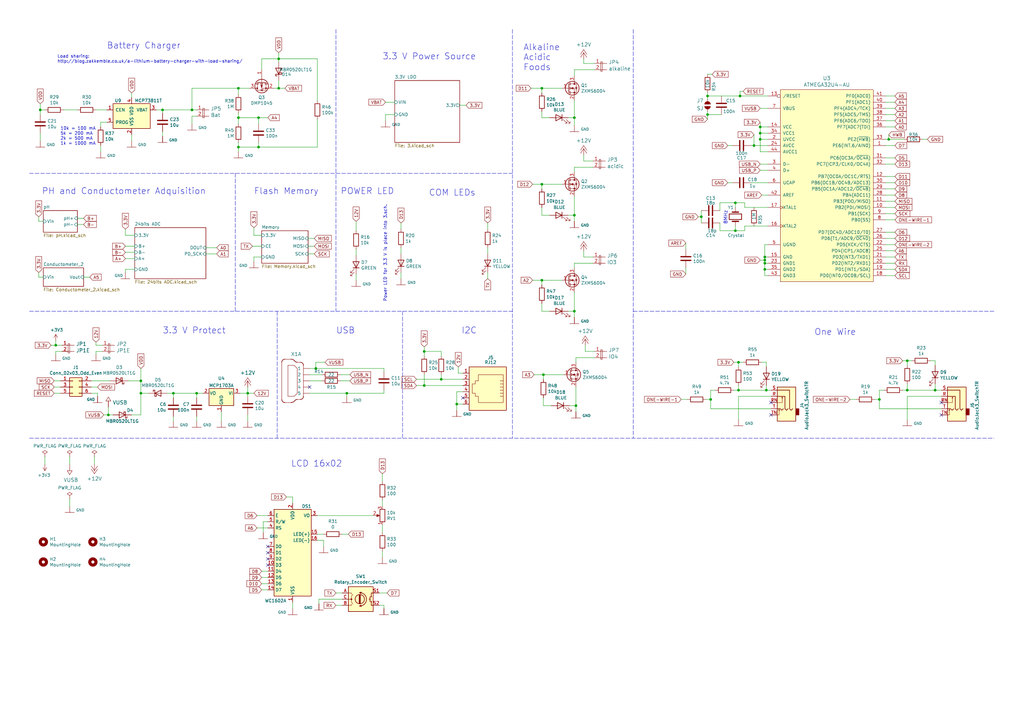
<source format=kicad_sch>
(kicad_sch (version 20211123) (generator eeschema)
  (paper "A3")
  (title_block (title "PHMeter") (date "2021-11-29") (rev "1.0") (company "Hackuarium") (comment 1 "New version for pH and conductivity Meter"))
  (junction (at 142.24 161.29))
  (junction (at 180.975 155.575))
  (junction (at 97.79 60.325))
  (junction (at 287.655 88.9))
  (junction (at 22.86 141.605))
  (junction (at 235.585 127.635))
  (junction (at 311.785 54.61))
  (junction (at 364.49 57.15))
  (junction (at 97.79 36.195))
  (junction (at 78.74 45.085))
  (junction (at 313.69 105.41))
  (junction (at 57.785 156.21))
  (junction (at 80.645 161.29))
  (junction (at 383.54 160.02))
  (junction (at 222.885 153.67))
  (junction (at 291.465 163.83))
  (junction (at 290.195 39.37))
  (junction (at 313.69 106.68))
  (junction (at 302.895 148.59))
  (junction (at 290.195 46.99))
  (junction (at 16.51 45.085))
  (junction (at 57.785 161.29))
  (junction (at 236.22 166.37))
  (junction (at 129.54 151.13))
  (junction (at 311.785 57.15))
  (junction (at 311.785 52.07))
  (junction (at 71.12 161.29))
  (junction (at 222.25 114.935))
  (junction (at 313.69 110.49))
  (junction (at 101.6 161.29))
  (junction (at 360.68 163.83))
  (junction (at 301.625 83.185))
  (junction (at 173.99 144.145))
  (junction (at 372.11 147.955))
  (junction (at 222.25 75.565))
  (junction (at 314.325 160.02))
  (junction (at 309.245 59.69))
  (junction (at 97.79 48.26))
  (junction (at 372.11 160.02))
  (junction (at 301.625 94.615))
  (junction (at 66.675 45.085))
  (junction (at 187.325 165.735))
  (junction (at 313.69 107.95))
  (junction (at 106.045 60.325))
  (junction (at 106.045 48.26))
  (junction (at 222.25 36.195))
  (junction (at 114.3 24.13))
  (junction (at 303.53 39.37))
  (junction (at 44.45 170.18))
  (junction (at 235.585 48.26))
  (junction (at 173.99 158.115))
  (junction (at 114.3 36.195))
  (junction (at 235.585 88.265))
  (junction (at 302.895 160.02))
  (no_connect (at 109.855 229.235))
  (no_connect (at 316.23 165.1))
  (no_connect (at 316.23 170.18))
  (no_connect (at 386.08 170.18))
  (no_connect (at 189.865 163.195))
  (no_connect (at 109.855 224.155))
  (no_connect (at 109.855 231.775))
  (no_connect (at 127 158.75))
  (no_connect (at 386.08 165.1))
  (no_connect (at 109.855 226.695))
  (wire (pts (xy 309.245 55.245) (xy 309.245 59.69)))
  (wire (pts (xy 71.12 163.195) (xy 71.12 161.29)))
  (wire (pts (xy 243.84 26.035) (xy 239.395 26.035)))
  (wire (pts (xy 222.25 38.1) (xy 222.25 36.195)))
  (wire (pts (xy 106.045 58.42) (xy 106.045 60.325)))
  (wire (pts (xy 311.785 52.07) (xy 314.96 52.07)))
  (wire (pts (xy 157.48 151.13) (xy 157.48 152.4)))
  (wire (pts (xy 105.41 211.455) (xy 109.855 211.455)))
  (wire (pts (xy 302.895 160.02) (xy 314.325 160.02)))
  (wire (pts (xy 367.03 39.37) (xy 363.22 39.37)))
  (wire (pts (xy 363.22 85.09) (xy 367.03 85.09)))
  (wire (pts (xy 305.435 92.71) (xy 314.96 92.71)))
  (wire (pts (xy 107.315 28.575) (xy 107.315 24.13)))
  (wire (pts (xy 66.675 55.88) (xy 66.675 53.975)))
  (wire (pts (xy 120.015 203.835) (xy 120.015 206.375)))
  (wire (pts (xy 97.79 46.355) (xy 97.79 48.26)))
  (wire (pts (xy 130.175 48.895) (xy 130.175 60.325)))
  (wire (pts (xy 157.48 248.285) (xy 155.575 248.285)))
  (wire (pts (xy 367.03 82.55) (xy 363.22 82.55)))
  (wire (pts (xy 313.69 107.95) (xy 313.69 106.68)))
  (wire (pts (xy 127 153.67) (xy 132.08 153.67)))
  (wire (pts (xy 57.785 161.29) (xy 57.785 170.18)))
  (wire (pts (xy 44.45 167.005) (xy 44.45 170.18)))
  (wire (pts (xy 363.22 46.99) (xy 367.03 46.99)))
  (wire (pts (xy 130.175 41.275) (xy 130.175 24.13)))
  (wire (pts (xy 39.37 45.085) (xy 43.815 45.085)))
  (wire (pts (xy 173.99 144.145) (xy 173.99 142.24)))
  (wire (pts (xy 363.22 59.69) (xy 367.03 59.69)))
  (wire (pts (xy 313.69 107.95) (xy 313.69 110.49)))
  (wire (pts (xy 225.425 88.265) (xy 222.25 88.265)))
  (wire (pts (xy 26.035 45.085) (xy 31.75 45.085)))
  (wire (pts (xy 90.805 172.72) (xy 90.805 168.91)))
  (wire (pts (xy 53.975 38.1) (xy 53.975 40.005)))
  (wire (pts (xy 130.175 60.325) (xy 106.045 60.325)))
  (wire (pts (xy 222.25 48.26) (xy 225.425 48.26)))
  (wire (pts (xy 380.365 57.15) (xy 378.46 57.15)))
  (wire (pts (xy 157.48 160.02) (xy 157.48 161.29)))
  (wire (pts (xy 28.575 190.5) (xy 28.575 187.325)))
  (polyline (pts (xy 12.065 179.705) (xy 407.67 179.705)))
  (wire (pts (xy 129.54 148.59) (xy 129.54 151.13)))
  (wire (pts (xy 313.69 105.41) (xy 313.69 100.33)))
  (wire (pts (xy 281.305 109.855) (xy 281.305 112.395)))
  (wire (pts (xy 20.955 141.605) (xy 22.86 141.605)))
  (wire (pts (xy 57.785 161.29) (xy 57.785 156.21)))
  (polyline (pts (xy 113.665 179.705) (xy 113.665 127.635)))
  (wire (pts (xy 301.625 92.71) (xy 301.625 94.615)))
  (wire (pts (xy 311.785 69.85) (xy 314.96 69.85)))
  (wire (pts (xy 129.54 151.13) (xy 157.48 151.13)))
  (wire (pts (xy 164.465 101.6) (xy 164.465 104.14)))
  (wire (pts (xy 348.615 163.83) (xy 351.155 163.83)))
  (wire (pts (xy 180.975 146.05) (xy 180.975 144.145)))
  (wire (pts (xy 156.845 197.485) (xy 156.845 194.31)))
  (wire (pts (xy 51.435 96.52) (xy 55.245 96.52)))
  (wire (pts (xy 360.68 163.83) (xy 360.68 160.02)))
  (wire (pts (xy 300.99 160.02) (xy 302.895 160.02)))
  (wire (pts (xy 107.95 213.995) (xy 107.95 218.44)))
  (wire (pts (xy 363.22 52.07) (xy 367.03 52.07)))
  (wire (pts (xy 187.325 165.735) (xy 187.325 168.275)))
  (wire (pts (xy 291.465 160.02) (xy 293.37 160.02)))
  (wire (pts (xy 22.86 144.145) (xy 25.4 144.145)))
  (wire (pts (xy 104.14 105.41) (xy 104.14 107.315)))
  (wire (pts (xy 106.045 60.325) (xy 97.79 60.325)))
  (wire (pts (xy 83.185 161.29) (xy 80.645 161.29)))
  (wire (pts (xy 235.585 28.575) (xy 235.585 31.115)))
  (wire (pts (xy 367.03 90.17) (xy 363.22 90.17)))
  (polyline (pts (xy 12.065 71.12) (xy 210.185 71.12)))
  (wire (pts (xy 109.855 234.315) (xy 107.315 234.315)))
  (wire (pts (xy 363.22 110.49) (xy 367.03 110.49)))
  (wire (pts (xy 292.1 30.48) (xy 290.195 30.48)))
  (wire (pts (xy 97.79 60.325) (xy 97.79 58.42)))
  (wire (pts (xy 367.03 107.95) (xy 363.22 107.95)))
  (wire (pts (xy 164.465 93.98) (xy 164.465 91.44)))
  (wire (pts (xy 372.11 147.955) (xy 374.015 147.955)))
  (wire (pts (xy 290.195 46.99) (xy 290.195 48.895)))
  (wire (pts (xy 300.99 148.59) (xy 302.895 148.59)))
  (wire (pts (xy 139.7 156.21) (xy 143.51 156.21)))
  (polyline (pts (xy 259.715 127.635) (xy 407.67 127.635)))
  (wire (pts (xy 170.815 158.115) (xy 173.99 158.115)))
  (wire (pts (xy 120.015 249.555) (xy 120.015 247.015)))
  (wire (pts (xy 311.785 54.61) (xy 311.785 57.15)))
  (wire (pts (xy 78.74 47.625) (xy 80.645 47.625)))
  (wire (pts (xy 311.785 52.07) (xy 311.785 54.61)))
  (wire (pts (xy 302.895 150.495) (xy 302.895 148.59)))
  (wire (pts (xy 146.05 104.775) (xy 146.05 102.235)))
  (polyline (pts (xy 210.185 12.065) (xy 210.185 179.705)))
  (wire (pts (xy 51.435 93.98) (xy 51.435 96.52)))
  (wire (pts (xy 80.645 170.815) (xy 80.645 172.72)))
  (wire (pts (xy 383.54 147.955) (xy 383.54 149.86)))
  (wire (pts (xy 313.69 106.68) (xy 313.69 105.41)))
  (wire (pts (xy 226.06 166.37) (xy 222.885 166.37)))
  (wire (pts (xy 97.79 62.23) (xy 97.79 60.325)))
  (wire (pts (xy 235.585 48.26) (xy 235.585 41.275)))
  (wire (pts (xy 107.315 241.935) (xy 109.855 241.935)))
  (wire (pts (xy 78.74 50.8) (xy 78.74 47.625)))
  (wire (pts (xy 117.475 203.835) (xy 120.015 203.835)))
  (wire (pts (xy 360.68 167.64) (xy 360.68 163.83)))
  (wire (pts (xy 314.325 160.02) (xy 316.23 160.02)))
  (wire (pts (xy 39.37 141.605) (xy 39.37 140.335)))
  (wire (pts (xy 295.275 83.185) (xy 295.275 86.36)))
  (wire (pts (xy 109.855 48.26) (xy 106.045 48.26)))
  (wire (pts (xy 225.425 127.635) (xy 222.25 127.635)))
  (wire (pts (xy 314.325 148.59) (xy 314.325 150.495)))
  (wire (pts (xy 307.975 59.69) (xy 309.245 59.69)))
  (wire (pts (xy 239.395 26.035) (xy 239.395 24.13)))
  (wire (pts (xy 78.74 45.085) (xy 80.645 45.085)))
  (wire (pts (xy 104.14 161.29) (xy 101.6 161.29)))
  (wire (pts (xy 16.51 45.085) (xy 18.415 45.085)))
  (wire (pts (xy 358.775 163.83) (xy 360.68 163.83)))
  (wire (pts (xy 303.53 39.37) (xy 314.96 39.37)))
  (wire (pts (xy 363.22 74.93) (xy 367.03 74.93)))
  (wire (pts (xy 158.115 46.99) (xy 161.925 46.99)))
  (wire (pts (xy 370.205 147.955) (xy 372.11 147.955)))
  (wire (pts (xy 15.875 111.76) (xy 15.875 113.665)))
  (wire (pts (xy 314.96 110.49) (xy 313.69 110.49)))
  (wire (pts (xy 22.225 156.21) (xy 24.765 156.21)))
  (wire (pts (xy 142.24 161.29) (xy 127 161.29)))
  (wire (pts (xy 44.45 170.18) (xy 42.545 170.18)))
  (wire (pts (xy 302.895 162.56) (xy 302.895 172.085)))
  (wire (pts (xy 386.08 167.64) (xy 360.68 167.64)))
  (wire (pts (xy 41.275 52.07) (xy 41.275 50.165)))
  (wire (pts (xy 291.465 167.64) (xy 291.465 163.83)))
  (wire (pts (xy 287.655 88.9) (xy 287.655 91.44)))
  (wire (pts (xy 137.795 243.205) (xy 140.335 243.205)))
  (wire (pts (xy 64.135 45.085) (xy 66.675 45.085)))
  (wire (pts (xy 367.03 100.33) (xy 363.22 100.33)))
  (wire (pts (xy 140.335 219.075) (xy 142.875 219.075)))
  (wire (pts (xy 301.625 83.185) (xy 305.435 83.185)))
  (wire (pts (xy 71.12 161.29) (xy 80.645 161.29)))
  (wire (pts (xy 222.25 75.565) (xy 230.505 75.565)))
  (wire (pts (xy 116.84 36.195) (xy 114.3 36.195)))
  (wire (pts (xy 15.875 90.805) (xy 15.875 88.9)))
  (wire (pts (xy 139.7 153.67) (xy 143.51 153.67)))
  (wire (pts (xy 132.715 219.075) (xy 130.175 219.075)))
  (wire (pts (xy 53.975 55.245) (xy 53.975 57.785)))
  (wire (pts (xy 243.205 105.41) (xy 239.395 105.41)))
  (wire (pts (xy 200.025 93.98) (xy 200.025 91.44)))
  (wire (pts (xy 78.74 36.195) (xy 97.79 36.195)))
  (wire (pts (xy 290.195 39.37) (xy 290.195 40.64)))
  (wire (pts (xy 156.845 226.06) (xy 156.845 228.6)))
  (wire (pts (xy 314.96 67.31) (xy 311.785 67.31)))
  (wire (pts (xy 313.69 110.49) (xy 313.69 113.03)))
  (wire (pts (xy 24.765 161.29) (xy 22.225 161.29)))
  (wire (pts (xy 107.315 105.41) (xy 104.14 105.41)))
  (wire (pts (xy 17.78 90.805) (xy 15.875 90.805)))
  (wire (pts (xy 313.69 105.41) (xy 314.96 105.41)))
  (wire (pts (xy 313.69 113.03) (xy 314.96 113.03)))
  (wire (pts (xy 291.465 163.83) (xy 291.465 160.02)))
  (wire (pts (xy 363.22 67.31) (xy 367.03 67.31)))
  (wire (pts (xy 311.785 54.61) (xy 314.96 54.61)))
  (wire (pts (xy 60.96 161.29) (xy 57.785 161.29)))
  (wire (pts (xy 370.205 160.02) (xy 372.11 160.02)))
  (polyline (pts (xy 96.52 127.635) (xy 96.52 71.12)))
  (wire (pts (xy 146.05 90.805) (xy 146.05 94.615)))
  (wire (pts (xy 240.03 144.145) (xy 240.03 141.605)))
  (wire (pts (xy 300.355 59.69) (xy 298.45 59.69)))
  (wire (pts (xy 303.53 37.465) (xy 303.53 39.37)))
  (wire (pts (xy 142.24 162.56) (xy 142.24 161.29)))
  (wire (pts (xy 114.3 36.195) (xy 114.3 33.02)))
  (wire (pts (xy 97.79 48.26) (xy 97.79 50.8)))
  (wire (pts (xy 158.115 49.53) (xy 158.115 46.99)))
  (wire (pts (xy 107.315 100.965) (xy 103.505 100.965)))
  (wire (pts (xy 295.275 91.44) (xy 295.275 94.615)))
  (wire (pts (xy 140.335 245.745) (xy 130.81 245.745)))
  (wire (pts (xy 101.6 172.72) (xy 101.6 170.18)))
  (wire (pts (xy 68.58 161.29) (xy 71.12 161.29)))
  (wire (pts (xy 312.42 148.59) (xy 314.325 148.59)))
  (wire (pts (xy 279.4 163.83) (xy 281.94 163.83)))
  (wire (pts (xy 55.245 110.49) (xy 51.435 110.49)))
  (wire (pts (xy 156.845 218.44) (xy 156.845 215.265)))
  (wire (pts (xy 243.205 66.04) (xy 239.395 66.04)))
  (wire (pts (xy 219.075 153.67) (xy 222.885 153.67)))
  (wire (pts (xy 39.37 145.415) (xy 39.37 144.145)))
  (wire (pts (xy 217.805 36.195) (xy 222.25 36.195)))
  (wire (pts (xy 36.83 113.665) (xy 34.29 113.665)))
  (wire (pts (xy 381.635 147.955) (xy 383.54 147.955)))
  (wire (pts (xy 158.115 41.91) (xy 161.925 41.91)))
  (wire (pts (xy 309.245 59.69) (xy 314.96 59.69)))
  (wire (pts (xy 235.585 88.265) (xy 235.585 80.645)))
  (wire (pts (xy 40.005 158.75) (xy 37.465 158.75)))
  (wire (pts (xy 187.96 150.495) (xy 187.96 153.035)))
  (wire (pts (xy 289.56 163.83) (xy 291.465 163.83)))
  (wire (pts (xy 311.785 50.165) (xy 311.785 52.07)))
  (wire (pts (xy 233.045 48.26) (xy 235.585 48.26)))
  (wire (pts (xy 222.25 77.47) (xy 222.25 75.565)))
  (wire (pts (xy 363.22 97.79) (xy 367.03 97.79)))
  (wire (pts (xy 222.25 36.195) (xy 230.505 36.195)))
  (wire (pts (xy 133.35 148.59) (xy 129.54 148.59)))
  (wire (pts (xy 367.03 64.77) (xy 363.22 64.77)))
  (polyline (pts (xy 137.795 12.065) (xy 137.795 127.635)))
  (wire (pts (xy 22.86 145.415) (xy 22.86 144.145)))
  (wire (pts (xy 243.84 144.145) (xy 240.03 144.145)))
  (wire (pts (xy 51.435 103.505) (xy 55.245 103.505)))
  (wire (pts (xy 302.895 158.115) (xy 302.895 160.02)))
  (wire (pts (xy 290.195 45.72) (xy 290.195 46.99)))
  (wire (pts (xy 126.365 97.79) (xy 128.905 97.79)))
  (wire (pts (xy 200.025 111.76) (xy 200.025 114.3)))
  (wire (pts (xy 233.045 127.635) (xy 235.585 127.635)))
  (wire (pts (xy 132.715 221.615) (xy 132.715 224.155)))
  (wire (pts (xy 233.68 166.37) (xy 236.22 166.37)))
  (wire (pts (xy 383.54 160.02) (xy 386.08 160.02)))
  (wire (pts (xy 188.595 43.18) (xy 191.135 43.18)))
  (wire (pts (xy 311.785 44.45) (xy 314.96 44.45)))
  (wire (pts (xy 101.6 158.75) (xy 101.6 161.29)))
  (wire (pts (xy 290.195 39.37) (xy 303.53 39.37)))
  (wire (pts (xy 37.465 161.29) (xy 40.005 161.29)))
  (wire (pts (xy 127 151.13) (xy 129.54 151.13)))
  (wire (pts (xy 290.195 38.1) (xy 290.195 39.37)))
  (wire (pts (xy 28.575 204.47) (xy 28.575 207.645)))
  (wire (pts (xy 128.905 100.965) (xy 126.365 100.965)))
  (wire (pts (xy 105.41 216.535) (xy 109.855 216.535)))
  (wire (pts (xy 18.415 187.325) (xy 18.415 190.5)))
  (wire (pts (xy 222.25 45.72) (xy 222.25 48.26)))
  (wire (pts (xy 106.045 48.26) (xy 97.79 48.26)))
  (wire (pts (xy 316.23 162.56) (xy 302.895 162.56)))
  (wire (pts (xy 16.51 46.99) (xy 16.51 45.085)))
  (wire (pts (xy 78.74 45.085) (xy 78.74 36.195)))
  (wire (pts (xy 109.855 213.995) (xy 107.95 213.995)))
  (wire (pts (xy 311.785 106.68) (xy 313.69 106.68)))
  (wire (pts (xy 305.435 85.09) (xy 314.96 85.09)))
  (wire (pts (xy 363.22 57.15) (xy 364.49 57.15)))
  (wire (pts (xy 218.44 114.935) (xy 222.25 114.935)))
  (wire (pts (xy 235.585 107.95) (xy 235.585 109.855)))
  (wire (pts (xy 101.6 161.29) (xy 98.425 161.29)))
  (wire (pts (xy 364.49 55.245) (xy 364.49 57.15)))
  (wire (pts (xy 146.05 112.395) (xy 146.05 114.935)))
  (wire (pts (xy 222.25 116.84) (xy 222.25 114.935)))
  (wire (pts (xy 367.03 44.45) (xy 363.22 44.45)))
  (wire (pts (xy 80.645 161.29) (xy 80.645 163.195)))
  (wire (pts (xy 130.175 211.455) (xy 153.035 211.455)))
  (wire (pts (xy 66.675 45.085) (xy 78.74 45.085)))
  (wire (pts (xy 173.99 153.67) (xy 173.99 158.115)))
  (wire (pts (xy 281.305 102.235) (xy 281.305 99.695)))
  (wire (pts (xy 367.03 49.53) (xy 363.22 49.53)))
  (wire (pts (xy 41.275 50.165) (xy 43.815 50.165)))
  (wire (pts (xy 218.44 75.565) (xy 222.25 75.565)))
  (wire (pts (xy 158.75 243.205) (xy 155.575 243.205)))
  (wire (pts (xy 233.045 88.265) (xy 235.585 88.265)))
  (wire (pts (xy 130.175 24.13) (xy 114.3 24.13)))
  (wire (pts (xy 364.49 57.15) (xy 370.84 57.15)))
  (wire (pts (xy 372.11 149.86) (xy 372.11 147.955)))
  (wire (pts (xy 112.395 36.195) (xy 114.3 36.195)))
  (wire (pts (xy 101.6 162.56) (xy 101.6 161.29)))
  (wire (pts (xy 372.11 160.02) (xy 372.11 157.48)))
  (wire (pts (xy 301.625 83.185) (xy 295.275 83.185)))
  (wire (pts (xy 372.11 162.56) (xy 386.08 162.56)))
  (wire (pts (xy 367.03 95.25) (xy 363.22 95.25)))
  (wire (pts (xy 157.48 161.29) (xy 142.24 161.29)))
  (wire (pts (xy 51.435 106.045) (xy 55.245 106.045)))
  (wire (pts (xy 22.86 141.605) (xy 25.4 141.605)))
  (wire (pts (xy 24.765 158.75) (xy 22.225 158.75)))
  (wire (pts (xy 66.675 45.085) (xy 66.675 46.355)))
  (wire (pts (xy 130.81 245.745) (xy 130.81 247.65)))
  (wire (pts (xy 16.51 57.785) (xy 16.51 54.61)))
  (wire (pts (xy 114.3 25.4) (xy 114.3 24.13)))
  (wire (pts (xy 313.69 107.95) (xy 314.96 107.95)))
  (wire (pts (xy 235.585 127.635) (xy 235.585 120.015)))
  (wire (pts (xy 360.68 160.02) (xy 362.585 160.02)))
  (wire (pts (xy 51.435 100.965) (xy 55.245 100.965)))
  (wire (pts (xy 88.9 104.14) (xy 84.455 104.14)))
  (wire (pts (xy 298.45 74.93) (xy 300.355 74.93)))
  (wire (pts (xy 367.03 105.41) (xy 363.22 105.41)))
  (wire (pts (xy 372.11 160.02) (xy 383.54 160.02)))
  (wire (pts (xy 156.845 207.645) (xy 156.845 205.105)))
  (wire (pts (xy 372.11 172.085) (xy 372.11 162.56)))
  (wire (pts (xy 187.325 160.655) (xy 187.325 165.735)))
  (wire (pts (xy 235.585 51.435) (xy 235.585 48.26)))
  (wire (pts (xy 314.96 80.01) (xy 312.42 80.01)))
  (wire (pts (xy 106.045 50.8) (xy 106.045 48.26)))
  (polyline (pts (xy 12.065 127.635) (xy 210.185 127.635)))
  (wire (pts (xy 307.975 74.93) (xy 314.96 74.93)))
  (wire (pts (xy 314.325 158.115) (xy 314.325 160.02)))
  (wire (pts (xy 302.895 148.59) (xy 304.8 148.59)))
  (wire (pts (xy 130.175 221.615) (xy 132.715 221.615)))
  (wire (pts (xy 102.235 36.195) (xy 97.79 36.195)))
  (wire (pts (xy 126.365 104.14) (xy 128.905 104.14)))
  (wire (pts (xy 107.315 236.855) (xy 109.855 236.855)))
  (wire (pts (xy 287.655 86.36) (xy 287.655 88.9)))
  (wire (pts (xy 180.975 153.67) (xy 180.975 155.575)))
  (wire (pts (xy 311.785 57.15) (xy 314.96 57.15)))
  (wire (pts (xy 305.435 94.615) (xy 305.435 92.71)))
  (wire (pts (xy 52.705 156.21) (xy 57.785 156.21)))
  (wire (pts (xy 180.975 144.145) (xy 173.99 144.145)))
  (wire (pts (xy 34.29 92.075) (xy 31.75 92.075)))
  (wire (pts (xy 239.395 66.04) (xy 239.395 63.5)))
  (wire (pts (xy 71.12 172.72) (xy 71.12 170.815)))
  (wire (pts (xy 22.86 139.7) (xy 22.86 141.605)))
  (wire (pts (xy 127 156.21) (xy 132.08 156.21)))
  (wire (pts (xy 243.84 28.575) (xy 235.585 28.575)))
  (wire (pts (xy 311.785 62.23) (xy 314.96 62.23)))
  (wire (pts (xy 222.25 88.265) (xy 222.25 85.09)))
  (wire (pts (xy 243.205 68.58) (xy 235.585 68.58)))
  (wire (pts (xy 363.22 41.91) (xy 367.03 41.91)))
  (wire (pts (xy 189.865 165.735) (xy 187.325 165.735)))
  (wire (pts (xy 316.23 167.64) (xy 291.465 167.64)))
  (wire (pts (xy 114.3 24.13) (xy 114.3 21.59)))
  (wire (pts (xy 57.785 156.21) (xy 57.785 151.13)))
  (wire (pts (xy 311.785 57.15) (xy 311.785 62.23)))
  (wire (pts (xy 187.96 153.035) (xy 189.865 153.035)))
  (wire (pts (xy 41.91 141.605) (xy 39.37 141.605)))
  (wire (pts (xy 367.03 72.39) (xy 363.22 72.39)))
  (wire (pts (xy 40.005 161.29) (xy 40.005 162.56)))
  (wire (pts (xy 173.99 146.05) (xy 173.99 144.145)))
  (wire (pts (xy 109.855 239.395) (xy 107.315 239.395)))
  (wire (pts (xy 239.395 105.41) (xy 239.395 102.87)))
  (wire (pts (xy 235.585 68.58) (xy 235.585 70.485)))
  (wire (pts (xy 15.875 113.665) (xy 17.78 113.665)))
  (wire (pts (xy 37.465 156.21) (xy 45.085 156.21)))
  (polyline (pts (xy 165.1 127.635) (xy 165.1 179.705)))
  (wire (pts (xy 88.9 101.6) (xy 84.455 101.6)))
  (wire (pts (xy 235.585 127.635) (xy 235.585 130.175)))
  (wire (pts (xy 367.03 87.63) (xy 363.22 87.63)))
  (polyline (pts (xy 259.715 12.065) (xy 259.715 179.705)))
  (wire (pts (xy 41.275 62.23) (xy 41.275 59.69)))
  (wire (pts (xy 243.84 146.685) (xy 236.22 146.685)))
  (wire (pts (xy 104.14 96.52) (xy 104.14 93.345)))
  (wire (pts (xy 39.37 144.145) (xy 41.91 144.145)))
  (wire (pts (xy 137.795 248.285) (xy 140.335 248.285)))
  (wire (pts (xy 180.975 155.575) (xy 189.865 155.575)))
  (wire (pts (xy 305.435 83.185) (xy 305.435 85.09)))
  (wire (pts (xy 301.625 83.185) (xy 301.625 85.09)))
  (wire (pts (xy 51.435 110.49) (xy 51.435 111.76)))
  (wire (pts (xy 301.625 94.615) (xy 305.435 94.615)))
  (wire (pts (xy 286.385 88.9) (xy 287.655 88.9)))
  (wire (pts (xy 107.315 24.13) (xy 114.3 24.13)))
  (wire (pts (xy 170.815 155.575) (xy 180.975 155.575)))
  (wire (pts (xy 222.885 166.37) (xy 222.885 163.195)))
  (wire (pts (xy 235.585 88.265) (xy 235.585 90.805)))
  (wire (pts (xy 363.22 80.01) (xy 367.03 80.01)))
  (wire (pts (xy 222.885 155.575) (xy 222.885 153.67)))
  (wire (pts (xy 97.79 36.195) (xy 97.79 38.735)))
  (wire (pts (xy 38.735 190.5) (xy 38.735 187.325)))
  (wire (pts (xy 313.69 100.33) (xy 314.96 100.33)))
  (wire (pts (xy 53.975 170.18) (xy 57.785 170.18)))
  (wire (pts (xy 236.22 146.685) (xy 236.22 148.59)))
  (wire (pts (xy 383.54 157.48) (xy 383.54 160.02)))
  (wire (pts (xy 164.465 111.76) (xy 164.465 114.3)))
  (wire (pts (xy 367.03 77.47) (xy 363.22 77.47)))
  (wire (pts (xy 107.315 96.52) (xy 104.14 96.52)))
  (wire (pts (xy 222.885 153.67) (xy 231.14 153.67)))
  (wire (pts (xy 295.275 94.615) (xy 301.625 94.615)))
  (wire (pts (xy 222.25 114.935) (xy 230.505 114.935)))
  (wire (pts (xy 367.03 113.03) (xy 363.22 113.03)))
  (wire (pts (xy 363.22 102.87) (xy 367.03 102.87)))
  (wire (pts (xy 31.75 89.535) (xy 34.29 89.535)))
  (wire (pts (xy 236.22 166.37) (xy 236.22 158.75)))
  (wire (pts (xy 173.99 158.115) (xy 189.865 158.115)))
  (wire (pts (xy 46.355 170.18) (xy 44.45 170.18)))
  (wire (pts (xy 295.91 46.99) (xy 290.195 46.99)))
  (wire (pts (xy 243.205 107.95) (xy 235.585 107.95)))
  (wire (pts (xy 157.48 249.555) (xy 157.48 248.285)))
  (wire (pts (xy 189.865 160.655) (xy 187.325 160.655)))
  (wire (pts (xy 200.025 101.6) (xy 200.025 104.14)))
  (wire (pts (xy 222.25 127.635) (xy 222.25 124.46)))
  (wire (pts (xy 304.8 37.465) (xy 303.53 37.465)))
  (wire (pts (xy 16.51 42.545) (xy 16.51 45.085)))
  (wire (pts (xy 236.22 166.37) (xy 236.22 168.91)))
  (text "Power LED for 3.3 V is place into 3.sch." (at 158.75 123.825 90) (effects (font (size 1.27 1.27)) (justify left bottom)))
  (text "Flash Memory" (at 104.14 80.01 0) (effects (font (size 2.54 2.54)) (justify left bottom)))
  (text "POWER LED" (at 139.7 80.01 0) (effects (font (size 2.54 2.54)) (justify left bottom)))
  (text "3.3 V Power Source" (at 156.845 24.765 0) (effects (font (size 2.54 2.54)) (justify left bottom)))
  (text "One Wire" (at 334.01 137.795 0) (effects (font (size 2.54 2.54)) (justify left bottom)))
  (text "COM LEDs" (at 175.895 80.645 0) (effects (font (size 2.54 2.54)) (justify left bottom)))
  (text "Battery Charger" (at 43.815 20.32 0) (effects (font (size 2.54 2.54)) (justify left bottom)))
  (text "I2C" (at 189.23 137.16 0) (effects (font (size 2.54 2.54)) (justify left bottom)))
  (text "10k = 100 mA\n5k = 200 mA\n2k = 500 mA\n1k = 1000 mA" (at 24.765 59.69 0) (effects (font (size 1.27 1.27)) (justify left bottom)))
  (text "USB" (at 137.795 137.16 0) (effects (font (size 2.54 2.54)) (justify left bottom)))
  (text "8MHz\n" (at 298.45 92.075 90) (effects (font (size 1.397 1.397)) (justify left bottom)))
  (text "3.3 V Protect" (at 66.675 137.16 0) (effects (font (size 2.54 2.54)) (justify left bottom)))
  (text "LCD 16x02" (at 119.38 191.77 0) (effects (font (size 2.54 2.54)) (justify left bottom)))
  (text "PH and Conductometer Adquisition" (at 17.145 80.01 0) (effects (font (size 2.54 2.54)) (justify left bottom)))
  (text "Load sharing:\nhttp://blog.zakkemble.co.uk/a-lithium-battery-charger-with-load-sharing/" (at 23.495 26.035 0) (effects (font (size 1.27 1.27)) (justify left bottom)))
  (text "Alkaline\nAcidic\nFoods" (at 214.63 29.21 0) (effects (font (size 2.54 2.54)) (justify left bottom)))
  (global_label "A1" (shape input) (at 367.03 49.53 0) (property "Intersheet References" "${INTERSHEET_REFS}" (effects hide)))
  (global_label "A4" (shape input) (at 367.03 41.91 0) (property "Intersheet References" "${INTERSHEET_REFS}" (effects hide)))
  (global_label "SCL" (shape input) (at 170.815 155.575 180) (property "Intersheet References" "${INTERSHEET_REFS}" (effects hide)))
  (global_label "VDD" (shape input) (at 114.3 21.59 90) (property "Intersheet References" "${INTERSHEET_REFS}" (effects hide)))
  (global_label "3.3V" (shape input) (at 173.99 142.24 90) (property "Intersheet References" "${INTERSHEET_REFS}" (effects hide)))
  (global_label "A3" (shape input) (at 367.03 44.45 0) (property "Intersheet References" "${INTERSHEET_REFS}" (effects hide)))
  (global_label "3.3V" (shape input) (at 20.955 141.605 180) (property "Intersheet References" "${INTERSHEET_REFS}" (effects hide)))
  (global_label "HWB" (shape input) (at 364.49 55.245 0) (property "Intersheet References" "${INTERSHEET_REFS}" (effects hide)))
  (global_label "D13" (shape input) (at 156.845 194.31 90) (property "Intersheet References" "${INTERSHEET_REFS}" (effects hide)))
  (global_label "RESET" (shape input) (at 304.8 37.465 0) (property "Intersheet References" "${INTERSHEET_REFS}" (effects hide)))
  (global_label "MOSI" (shape input) (at 128.905 100.965 0) (property "Intersheet References" "${INTERSHEET_REFS}" (effects hide)))
  (global_label "SCK" (shape input) (at 22.225 158.75 180) (property "Intersheet References" "${INTERSHEET_REFS}" (effects hide)))
  (global_label "D9" (shape input) (at 107.315 236.855 180) (property "Intersheet References" "${INTERSHEET_REFS}" (effects hide)))
  (global_label "A6" (shape input) (at 105.41 216.535 180) (property "Intersheet References" "${INTERSHEET_REFS}" (effects hide)))
  (global_label "A4" (shape input) (at 109.855 48.26 0) (property "Intersheet References" "${INTERSHEET_REFS}" (effects hide)))
  (global_label "A2" (shape input) (at 367.03 46.99 0) (property "Intersheet References" "${INTERSHEET_REFS}" (effects hide)))
  (global_label "SCL" (shape input) (at 367.03 113.03 0) (property "Intersheet References" "${INTERSHEET_REFS}" (effects hide)))
  (global_label "ONE-WIRE-1" (shape input) (at 279.4 163.83 180) (property "Intersheet References" "${INTERSHEET_REFS}" (effects hide)))
  (global_label "D5" (shape input) (at 367.03 64.77 0) (property "Intersheet References" "${INTERSHEET_REFS}" (effects hide)))
  (global_label "A5" (shape input) (at 36.83 113.665 0) (property "Intersheet References" "${INTERSHEET_REFS}" (effects hide)))
  (global_label "RX" (shape input) (at 137.795 248.285 180) (property "Intersheet References" "${INTERSHEET_REFS}" (effects hide)))
  (global_label "GND" (shape input) (at 311.785 106.68 180) (property "Intersheet References" "${INTERSHEET_REFS}" (effects hide)))
  (global_label "VUSB" (shape input) (at 42.545 170.18 180) (property "Intersheet References" "${INTERSHEET_REFS}" (effects hide)))
  (global_label "USB_P" (shape input) (at 311.785 69.85 180) (property "Intersheet References" "${INTERSHEET_REFS}" (effects hide)))
  (global_label "SDA" (shape input) (at 367.03 110.49 0) (property "Intersheet References" "${INTERSHEET_REFS}" (effects hide)))
  (global_label "VUSB" (shape input) (at 311.785 44.45 180) (property "Intersheet References" "${INTERSHEET_REFS}" (effects hide)))
  (global_label "AREF" (shape input) (at 312.42 80.01 180) (property "Intersheet References" "${INTERSHEET_REFS}" (effects hide)))
  (global_label "GND" (shape input) (at 298.45 59.69 180) (property "Intersheet References" "${INTERSHEET_REFS}" (effects hide)))
  (global_label "MOSI" (shape input) (at 40.005 158.75 0) (property "Intersheet References" "${INTERSHEET_REFS}" (effects hide)))
  (global_label "D9" (shape input) (at 367.03 77.47 0) (property "Intersheet References" "${INTERSHEET_REFS}" (effects hide)))
  (global_label "MISO" (shape input) (at 22.225 156.21 180) (property "Intersheet References" "${INTERSHEET_REFS}" (effects hide)))
  (global_label "ONE-WIRE-1" (shape input) (at 367.03 90.17 0) (property "Intersheet References" "${INTERSHEET_REFS}" (effects hide)))
  (global_label "GND" (shape input) (at 290.195 48.895 180) (property "Intersheet References" "${INTERSHEET_REFS}" (effects hide)))
  (global_label "D11" (shape input) (at 367.03 72.39 0) (property "Intersheet References" "${INTERSHEET_REFS}" (effects hide)))
  (global_label "12V" (shape input) (at 187.96 150.495 90) (property "Intersheet References" "${INTERSHEET_REFS}" (effects hide)))
  (global_label "A0" (shape input) (at 88.9 101.6 0) (property "Intersheet References" "${INTERSHEET_REFS}" (effects hide)))
  (global_label "ONE-WIRE-2" (shape input) (at 367.03 100.33 0) (property "Intersheet References" "${INTERSHEET_REFS}" (effects hide)))
  (global_label "12V" (shape input) (at 39.37 140.335 90) (property "Intersheet References" "${INTERSHEET_REFS}" (effects hide)))
  (global_label "B-" (shape input) (at 34.29 92.075 0) (property "Intersheet References" "${INTERSHEET_REFS}" (effects hide)))
  (global_label "A2" (shape input) (at 218.44 114.935 180) (property "Intersheet References" "${INTERSHEET_REFS}" (effects hide)))
  (global_label "3.3V" (shape input) (at 200.025 91.44 90) (property "Intersheet References" "${INTERSHEET_REFS}" (effects hide)))
  (global_label "USB_N" (shape input) (at 311.785 67.31 180) (property "Intersheet References" "${INTERSHEET_REFS}" (effects hide)))
  (global_label "VUSB" (shape input) (at 133.35 148.59 0) (property "Intersheet References" "${INTERSHEET_REFS}" (effects hide)))
  (global_label "D13" (shape input) (at 367.03 67.31 0) (property "Intersheet References" "${INTERSHEET_REFS}" (effects hide)))
  (global_label "TX" (shape input) (at 103.505 100.965 180) (property "Intersheet References" "${INTERSHEET_REFS}" (effects hide)))
  (global_label "D8" (shape input) (at 367.03 80.01 0) (property "Intersheet References" "${INTERSHEET_REFS}" (effects hide)))
  (global_label "3.3V" (shape input) (at 15.875 111.76 90) (property "Intersheet References" "${INTERSHEET_REFS}" (effects hide)))
  (global_label "D10" (shape input) (at 367.03 74.93 0) (property "Intersheet References" "${INTERSHEET_REFS}" (effects hide)))
  (global_label "12V" (shape input) (at 104.14 161.29 0) (property "Intersheet References" "${INTERSHEET_REFS}" (effects hide)))
  (global_label "A1" (shape input) (at 88.9 104.14 0) (property "Intersheet References" "${INTERSHEET_REFS}" (effects hide)))
  (global_label "D7" (shape input) (at 158.75 243.205 0) (property "Intersheet References" "${INTERSHEET_REFS}" (effects hide)))
  (global_label "A+" (shape input) (at 51.435 106.045 180) (property "Intersheet References" "${INTERSHEET_REFS}" (effects hide)))
  (global_label "SCK" (shape input) (at 128.905 104.14 0) (property "Intersheet References" "${INTERSHEET_REFS}" (effects hide)))
  (global_label "A3" (shape input) (at 219.075 153.67 180) (property "Intersheet References" "${INTERSHEET_REFS}" (effects hide)))
  (global_label "A6" (shape input) (at 367.03 102.87 0) (property "Intersheet References" "${INTERSHEET_REFS}" (effects hide)))
  (global_label "D13" (shape input) (at 164.465 91.44 90) (property "Intersheet References" "${INTERSHEET_REFS}" (effects hide)))
  (global_label "3.3V" (shape input) (at 191.135 43.18 0) (property "Intersheet References" "${INTERSHEET_REFS}" (effects hide)))
  (global_label "D6" (shape input) (at 105.41 211.455 180) (property "Intersheet References" "${INTERSHEET_REFS}" (effects hide)))
  (global_label "D13" (shape input) (at 142.875 219.075 0) (property "Intersheet References" "${INTERSHEET_REFS}" (effects hide)))
  (global_label "USB_N" (shape input) (at 143.51 153.67 0) (property "Intersheet References" "${INTERSHEET_REFS}" (effects hide)))
  (global_label "3.3V" (shape input) (at 311.785 50.165 180) (property "Intersheet References" "${INTERSHEET_REFS}" (effects hide)))
  (global_label "VDD" (shape input) (at 57.785 151.13 90) (property "Intersheet References" "${INTERSHEET_REFS}" (effects hide)))
  (global_label "D11" (shape input) (at 217.805 36.195 180) (property "Intersheet References" "${INTERSHEET_REFS}" (effects hide)))
  (global_label "VDD" (shape input) (at 16.51 42.545 90) (property "Intersheet References" "${INTERSHEET_REFS}" (effects hide)))
  (global_label "MOSI" (shape input) (at 367.03 85.09 0) (property "Intersheet References" "${INTERSHEET_REFS}" (effects hide)))
  (global_label "A0" (shape input) (at 367.03 52.07 0) (property "Intersheet References" "${INTERSHEET_REFS}" (effects hide)))
  (global_label "VBAT" (shape input) (at 116.84 36.195 0) (property "Intersheet References" "${INTERSHEET_REFS}" (effects hide)))
  (global_label "RX" (shape input) (at 367.03 107.95 0) (property "Intersheet References" "${INTERSHEET_REFS}" (effects hide)))
  (global_label "3.3V" (shape input) (at 15.875 88.9 90) (property "Intersheet References" "${INTERSHEET_REFS}" (effects hide)))
  (global_label "GND" (shape input) (at 298.45 74.93 180) (property "Intersheet References" "${INTERSHEET_REFS}" (effects hide)))
  (global_label "D12" (shape input) (at 367.03 97.79 0) (property "Intersheet References" "${INTERSHEET_REFS}" (effects hide)))
  (global_label "3.3V" (shape input) (at 300.99 148.59 180) (property "Intersheet References" "${INTERSHEET_REFS}" (effects hide)))
  (global_label "3.3V" (shape input) (at 104.14 93.345 90) (property "Intersheet References" "${INTERSHEET_REFS}" (effects hide)))
  (global_label "TX" (shape input) (at 367.03 105.41 0) (property "Intersheet References" "${INTERSHEET_REFS}" (effects hide)))
  (global_label "GND" (shape input) (at 286.385 88.9 180) (property "Intersheet References" "${INTERSHEET_REFS}" (effects hide)))
  (global_label "D10" (shape input) (at 107.315 239.395 180) (property "Intersheet References" "${INTERSHEET_REFS}" (effects hide)))
  (global_label "D8" (shape input) (at 107.315 234.315 180) (property "Intersheet References" "${INTERSHEET_REFS}" (effects hide)))
  (global_label "AREF" (shape input) (at 281.305 99.695 180) (property "Intersheet References" "${INTERSHEET_REFS}" (effects hide)))
  (global_label "B+" (shape input) (at 34.29 89.535 0) (property "Intersheet References" "${INTERSHEET_REFS}" (effects hide)))
  (global_label "RESET" (shape input) (at 22.225 161.29 180) (property "Intersheet References" "${INTERSHEET_REFS}" (effects hide)))
  (global_label "GND" (shape input) (at 281.305 112.395 180) (property "Intersheet References" "${INTERSHEET_REFS}" (effects hide)))
  (global_label "A5" (shape input) (at 367.03 39.37 0) (property "Intersheet References" "${INTERSHEET_REFS}" (effects hide)))
  (global_label "MISO" (shape input) (at 128.905 97.79 0) (property "Intersheet References" "${INTERSHEET_REFS}" (effects hide)))
  (global_label "VDD" (shape input) (at 53.975 38.1 90) (property "Intersheet References" "${INTERSHEET_REFS}" (effects hide)))
  (global_label "12V" (shape input) (at 146.05 90.805 90) (property "Intersheet References" "${INTERSHEET_REFS}" (effects hide)))
  (global_label "TX" (shape input) (at 200.025 114.3 270) (property "Intersheet References" "${INTERSHEET_REFS}" (effects hide)))
  (global_label "D5" (shape input) (at 107.315 241.935 180) (property "Intersheet References" "${INTERSHEET_REFS}" (effects hide)))
  (global_label "USB_P" (shape input) (at 143.51 156.21 0) (property "Intersheet References" "${INTERSHEET_REFS}" (effects hide)))
  (global_label "VBAT" (shape input) (at 158.115 41.91 180) (property "Intersheet References" "${INTERSHEET_REFS}" (effects hide)))
  (global_label "GND" (shape input) (at 380.365 57.15 0) (property "Intersheet References" "${INTERSHEET_REFS}" (effects hide)))
  (global_label "3.3V" (shape input) (at 309.245 55.245 180) (property "Intersheet References" "${INTERSHEET_REFS}" (effects hide)))
  (global_label "TX" (shape input) (at 137.795 243.205 180) (property "Intersheet References" "${INTERSHEET_REFS}" (effects hide)))
  (global_label "B+" (shape input) (at 51.435 100.965 180) (property "Intersheet References" "${INTERSHEET_REFS}" (effects hide)))
  (global_label "SDA" (shape input) (at 170.815 158.115 180) (property "Intersheet References" "${INTERSHEET_REFS}" (effects hide)))
  (global_label "D13" (shape input) (at 117.475 203.835 180) (property "Intersheet References" "${INTERSHEET_REFS}" (effects hide)))
  (global_label "D12" (shape input) (at 218.44 75.565 180) (property "Intersheet References" "${INTERSHEET_REFS}" (effects hide)))
  (global_label "3.3V" (shape input) (at 292.1 30.48 0) (property "Intersheet References" "${INTERSHEET_REFS}" (effects hide)))
  (global_label "3.3V" (shape input) (at 370.205 147.955 180) (property "Intersheet References" "${INTERSHEET_REFS}" (effects hide)))
  (global_label "MISO" (shape input) (at 367.03 82.55 0) (property "Intersheet References" "${INTERSHEET_REFS}" (effects hide)))
  (global_label "D6" (shape input) (at 367.03 95.25 0) (property "Intersheet References" "${INTERSHEET_REFS}" (effects hide)))
  (global_label "ONE-WIRE-2" (shape input) (at 348.615 163.83 180) (property "Intersheet References" "${INTERSHEET_REFS}" (effects hide)))
  (global_label "D7" (shape input) (at 367.03 59.69 0) (property "Intersheet References" "${INTERSHEET_REFS}" (effects hide)))
  (global_label "3.3V" (shape input) (at 51.435 93.98 90) (property "Intersheet References" "${INTERSHEET_REFS}" (effects hide)))
  (global_label "B-" (shape input) (at 51.435 103.505 180) (property "Intersheet References" "${INTERSHEET_REFS}" (effects hide)))
  (global_label "SCK" (shape input) (at 367.03 87.63 0) (property "Intersheet References" "${INTERSHEET_REFS}" (effects hide)))
  (symbol (lib_id "Bertha_main-eagle-import:MINI-USB-SCHIELD-32005-201") (at 121.92 156.21 0) (mirror y) (unit 1)
    (property "Reference" "X1" (at 121.4628 145.2372 0) (effects (font (size 1.4986 1.4986))))
    (property "Value" "MINI-USB-SCHIELD-32005-201" (effects hide))
    (property "Footprint" "Connector_USB:USB_Mini-B_Lumberg_2486_01_Horizontal" (effects hide))
  )
  (symbol (lib_id "Device:R") (at 135.89 153.67 270) (unit 1)
    (property "Reference" "R14" (at 130.81 152.4 90))
    (property "Value" "22" (at 135.89 153.67 90))
    (property "Footprint" "Resistor_SMD:R_0805_2012Metric_Pad1.15x1.40mm_HandSolder" (effects hide))
  )
  (symbol (lib_id "Device:R") (at 135.89 156.21 270) (unit 1)
    (property "Reference" "R15" (at 135.89 158.75 90))
    (property "Value" "22" (at 135.89 156.21 90))
    (property "Footprint" "Resistor_SMD:R_0805_2012Metric_Pad1.15x1.40mm_HandSolder" (effects hide))
  )
  (symbol (lib_id "Device:C") (at 157.48 156.21 0) (unit 1)
    (property "Reference" "C11" (at 160.401 155.0416 0) (effects (justify left)))
    (property "Value" "10u" (at 160.401 157.353 0) (effects (justify left)))
    (property "Footprint" "Capacitor_SMD:C_0805_2012Metric_Pad1.18x1.45mm_HandSolder" (effects hide))
    (property "Datasheet" "https://www.mouser.com/datasheet/2/585/MLCC-1837944.pdf" (effects hide))
    (property "Description" "Capacitores cerámicos de capas múltiples (MLCC) - SMD/SMT 10uF+/-10% 16V X5R 2 0805 " (effects hide))
    (property "MFN" "Samsung Electro-Mechanics " (effects hide))
    (property "MFP" "CL21A106KOQNNNG " (effects hide))
    (property "S1PL" "https://www.mouser.com/ProductDetail/Samsung-Electro-Mechanics/CL21A106KOQNNNG?qs=hqM3L16%252BxlcMWI7QbqH0LA%3D%3D" (effects hide))
    (property "S1PN" "187-CL21A106KOQNNNG " (effects hide))
  )
  (symbol (lib_id "Bertha_main-eagle-import:GND") (at 142.24 165.1 0) (unit 1)
    (property "Reference" "#010" (effects hide))
    (property "Value" "GND" (at 144.8562 164.1348 0) (effects (font (size 1.0668 1.0668)) (justify left)))
  )
  (symbol (lib_id "Bertha_main-eagle-import:GND") (at 158.115 52.07 0) (unit 1)
    (property "Reference" "#015" (effects hide))
    (property "Value" "GND" (at 160.7312 51.1048 0) (effects (font (size 1.0668 1.0668)) (justify left)))
  )
  (symbol (lib_id "Connector_Generic:Conn_02x03_Odd_Even") (at 29.845 158.75 0) (unit 1)
    (property "Reference" "J1" (at 31.115 150.6982 0))
    (property "Value" "Conn_02x03_Odd_Even" (at 31.115 153.0096 0))
    (property "Footprint" "Connector:Tag-Connect_TC2030-IDC-NL_2x03_P1.27mm_Vertical" (effects hide))
  )
  (symbol (lib_id "Bertha_main-eagle-import:JP1E") (at 27.94 141.605 270) (unit 1)
    (property "Reference" "JP1" (at 31.1912 141.0716 90) (effects (font (size 1.4986 1.4986)) (justify left)))
    (property "Value" "JP1E" (at 31.1912 143.7386 90) (effects (font (size 1.4986 1.4986)) (justify left)))
    (property "Footprint" "Connector_PinHeader_2.54mm:PinHeader_1x02_P2.54mm_Vertical" (effects hide))
  )
  (symbol (lib_id "Bertha_main-eagle-import:JP1E") (at 44.45 141.605 270) (unit 1)
    (property "Reference" "JP2" (at 47.7012 141.0716 90) (effects (font (size 1.4986 1.4986)) (justify left)))
    (property "Value" "JP1E" (at 47.7012 143.7386 90) (effects (font (size 1.4986 1.4986)) (justify left)))
    (property "Footprint" "Connector_PinHeader_2.54mm:PinHeader_1x02_P2.54mm_Vertical" (effects hide))
  )
  (symbol (lib_id "Bertha_main-eagle-import:GND") (at 22.86 147.955 0) (unit 1)
    (property "Reference" "#01" (effects hide))
    (property "Value" "GND" (at 25.4762 146.9898 0) (effects (font (size 1.0668 1.0668)) (justify left)))
  )
  (symbol (lib_id "Bertha_main-eagle-import:GND") (at 39.37 147.955 0) (unit 1)
    (property "Reference" "#05" (effects hide))
    (property "Value" "GND" (at 41.9862 146.9898 0) (effects (font (size 1.0668 1.0668)) (justify left)))
  )
  (symbol (lib_id "Bertha_main-eagle-import:GND") (at 40.005 165.1 0) (unit 1)
    (property "Reference" "#U03" (effects hide))
    (property "Value" "GND" (at 35.56 163.83 0) (effects (font (size 1.0668 1.0668)) (justify left)))
  )
  (symbol (lib_id "Device:D_Schottky") (at 48.895 156.21 180) (unit 1)
    (property "Reference" "D3" (at 48.895 150.6982 0))
    (property "Value" "MBR0520LT1G " (at 48.895 153.0096 0))
    (property "Footprint" "Diode_SMD:D_SOD-123" (effects hide))
    (property "Datasheet" "https://www.mouser.com/datasheet/2/308/MBR0520LT1_D-1810808.pdf" (effects hide))
    (property "Description" "Schottky Diodes & Rectifiers 0.5A 20V " (effects hide))
    (property "MFN" "ON Semiconductor " (effects hide))
    (property "MFP" "MBR0520LT1G " (effects hide))
    (property "S1PL" "https://www.mouser.com/ProductDetail/ON-Semiconductor/MBR0520LT1G?qs=3JMERSakebqBWTiPUQp0nw%3D%3D" (effects hide))
    (property "S1PN" " 863-MBR0520LT1G " (effects hide))
  )
  (symbol (lib_id "Device:D_Schottky") (at 50.165 170.18 180) (unit 1)
    (property "Reference" "D4" (at 53.34 168.275 0))
    (property "Value" "MBR0520LT1G " (at 50.165 172.72 0))
    (property "Footprint" "Diode_SMD:D_SOD-123" (effects hide))
    (property "Datasheet" "https://www.mouser.com/datasheet/2/308/MBR0520LT1_D-1810808.pdf" (effects hide))
    (property "Description" "Schottky Diodes & Rectifiers 0.5A 20V " (effects hide))
    (property "MFN" "ON Semiconductor " (effects hide))
    (property "MFP" "MBR0520LT1G " (effects hide))
    (property "S1PL" "https://www.mouser.com/ProductDetail/ON-Semiconductor/MBR0520LT1G?qs=3JMERSakebqBWTiPUQp0nw%3D%3D" (effects hide))
    (property "S1PN" " 863-MBR0520LT1G " (effects hide))
  )
  (symbol (lib_id "Device:D_Schottky") (at 64.77 161.29 0) (unit 1)
    (property "Reference" "D5" (at 64.77 155.7782 0))
    (property "Value" "MBR0520LT1G " (at 64.77 158.0896 0))
    (property "Footprint" "Diode_SMD:D_SOD-123" (effects hide))
    (property "Datasheet" "https://www.mouser.com/datasheet/2/308/MBR0520LT1_D-1810808.pdf" (effects hide))
    (property "Description" "Schottky Diodes & Rectifiers 0.5A 20V " (effects hide))
    (property "MFN" "ON Semiconductor " (effects hide))
    (property "MFP" "MBR0520LT1G " (effects hide))
    (property "S1PL" "https://www.mouser.com/ProductDetail/ON-Semiconductor/MBR0520LT1G?qs=3JMERSakebqBWTiPUQp0nw%3D%3D" (effects hide))
    (property "S1PN" " 863-MBR0520LT1G " (effects hide))
  )
  (symbol (lib_id "Device:C") (at 71.12 167.005 0) (mirror y) (unit 1)
    (property "Reference" "C6" (at 68.199 165.8366 0) (effects (justify left)))
    (property "Value" "10u" (at 68.199 168.148 0) (effects (justify left)))
    (property "Footprint" "Capacitor_SMD:C_0805_2012Metric_Pad1.18x1.45mm_HandSolder" (effects hide))
    (property "Datasheet" "https://www.mouser.com/datasheet/2/585/MLCC-1837944.pdf" (effects hide))
    (property "Description" "Capacitores cerámicos de capas múltiples (MLCC) - SMD/SMT 10uF+/-10% 16V X5R 2 0805 " (effects hide))
    (property "MFN" "Samsung Electro-Mechanics " (effects hide))
    (property "MFP" "CL21A106KOQNNNG " (effects hide))
    (property "S1PL" "https://www.mouser.com/ProductDetail/Samsung-Electro-Mechanics/CL21A106KOQNNNG?qs=hqM3L16%252BxlcMWI7QbqH0LA%3D%3D" (effects hide))
    (property "S1PN" "187-CL21A106KOQNNNG " (effects hide))
  )
  (symbol (lib_id "Device:C") (at 80.645 167.005 0) (mirror y) (unit 1)
    (property "Reference" "C7" (at 77.724 165.8366 0) (effects (justify left)))
    (property "Value" "100n" (at 77.724 168.148 0) (effects (justify left)))
    (property "Footprint" "Capacitor_SMD:C_0805_2012Metric_Pad1.18x1.45mm_HandSolder" (effects hide))
    (property "Datasheet" "https://www.mouser.com/datasheet/2/445/885012207072-1727745.pdf" (effects hide))
    (property "Description" "Multilayer Ceramic Capacitors MLCC - SMD/SMT WCAP-CSGP 0.1uF 0805 10% 25V MLCC " (effects hide))
    (property "MFN" "Wurth Elektronik " (effects hide))
    (property "MFP" "885012207072" (effects hide))
    (property "S1PL" "https://www.mouser.com/ProductDetail/Wurth-Elektronik/885012207072?qs=0KOYDY2FL28rQMV4504TxA%3D%3D" (effects hide))
    (property "S1PN" "710-885012207072 " (effects hide))
  )
  (symbol (lib_id "Bertha_main-eagle-import:GND") (at 104.14 109.855 0) (mirror y) (unit 1)
    (property "Reference" "#U014" (effects hide))
    (property "Value" "GND" (at 101.5238 108.8898 0) (effects (font (size 1.0668 1.0668)) (justify left)))
  )
  (symbol (lib_id "Device:R") (at 200.025 97.79 0) (unit 1)
    (property "Reference" "R24" (at 201.803 96.6216 0) (effects (justify left)))
    (property "Value" "1k" (at 201.803 98.933 0) (effects (justify left)))
    (property "Footprint" "Resistor_SMD:R_0805_2012Metric_Pad1.15x1.40mm_HandSolder" (effects hide))
  )
  (symbol (lib_id "Device:R") (at 164.465 97.79 0) (unit 1)
    (property "Reference" "R20" (at 166.243 96.6216 0) (effects (justify left)))
    (property "Value" "1k" (at 166.243 98.933 0) (effects (justify left)))
    (property "Footprint" "Resistor_SMD:R_0805_2012Metric_Pad1.15x1.40mm_HandSolder" (effects hide))
  )
  (symbol (lib_id "Bertha_main-eagle-import:GND") (at 71.12 175.26 0) (unit 1)
    (property "Reference" "#08" (effects hide))
    (property "Value" "GND" (at 73.7362 174.2948 0) (effects (font (size 1.0668 1.0668)) (justify left)))
  )
  (symbol (lib_id "Bertha_main-eagle-import:GND") (at 80.645 175.26 0) (unit 1)
    (property "Reference" "#09" (effects hide))
    (property "Value" "GND" (at 83.2612 174.2948 0) (effects (font (size 1.0668 1.0668)) (justify left)))
  )
  (symbol (lib_id "Bertha_main-eagle-import:GND") (at 164.465 116.84 0) (unit 1)
    (property "Reference" "#011" (effects hide))
    (property "Value" "GND" (at 167.0812 115.8748 0) (effects (font (size 1.0668 1.0668)) (justify left)))
  )
  (symbol (lib_id "Bertha_main-eagle-import:+12V") (at 101.6 156.21 0) (unit 1)
    (property "Reference" "#P+02" (effects hide))
    (property "Value" "+12V" (at 101.6 152.908 0) (effects (font (size 1.4986 1.4986))))
  )
  (symbol (lib_id "Display_Character:WC1602A") (at 120.015 226.695 0) (unit 1)
    (property "Reference" "DS1" (at 125.73 207.645 0))
    (property "Value" "WC1602A" (at 113.03 246.38 0))
    (property "Footprint" "Display:WC1602A" (effects hide))
    (property "Datasheet" "http://www.wincomlcd.com/pdf/WC1602A-SFYLYHTC06.pdf" (effects hide))
  )
  (symbol (lib_id "Bertha_main-eagle-import:GND") (at 120.015 252.095 0) (mirror y) (unit 1)
    (property "Reference" "#017" (effects hide))
    (property "Value" "GND" (at 117.3988 251.1298 0) (effects (font (size 1.0668 1.0668)) (justify left)))
  )
  (symbol (lib_id "Device:LED") (at 229.235 88.265 0) (mirror y) (unit 1)
    (property "Reference" "D12" (at 229.4128 82.7532 0))
    (property "Value" "BLUE" (at 229.4128 85.0646 0))
    (property "Footprint" "LED_SMD:LED_0805_2012Metric_Pad1.15x1.40mm_HandSolder" (effects hide))
    (property "Datasheet" "https://www.mouser.com/datasheet/2/445/150080BS75000-1715853.pdf" (effects hide))
    (property "Description" "Standard LEDs - SMD WL-SMCW SMDMono TpVw Waterclr 0805 Blue " (effects hide))
    (property "MFN" "Wurth Elektronik " (effects hide))
    (property "MFP" "150080BS75000 " (effects hide))
    (property "S1PL" "https://www.mouser.com/ProductDetail/Wurth-Elektronik/150080BS75000?qs=2kOmHSv6VfT2tBo3UPVqAQ%3D%3D" (effects hide))
    (property "S1PN" " 710-150080BS75000 " (effects hide))
  )
  (symbol (lib_id "Device:LED") (at 229.235 48.26 0) (mirror y) (unit 1)
    (property "Reference" "D13" (at 229.4128 42.7482 0))
    (property "Value" "BLUE" (at 229.4128 45.0596 0))
    (property "Footprint" "LED_SMD:LED_0805_2012Metric_Pad1.15x1.40mm_HandSolder" (effects hide))
    (property "Datasheet" "https://www.mouser.com/datasheet/2/445/150080BS75000-1715853.pdf" (effects hide))
    (property "Description" "Standard LEDs - SMD WL-SMCW SMDMono TpVw Waterclr 0805 Blue " (effects hide))
    (property "MFN" "Wurth Elektronik " (effects hide))
    (property "MFP" "150080BS75000 " (effects hide))
    (property "S1PL" "https://www.mouser.com/ProductDetail/Wurth-Elektronik/150080BS75000?qs=2kOmHSv6VfT2tBo3UPVqAQ%3D%3D" (effects hide))
    (property "S1PN" " 710-150080BS75000 " (effects hide))
  )
  (symbol (lib_id "Device:LED") (at 164.465 107.95 270) (mirror x) (unit 1)
    (property "Reference" "D8" (at 166.497 106.9594 90) (effects (justify left)))
    (property "Value" "GREEN" (at 166.497 109.2708 90) (effects (justify left)))
    (property "Footprint" "LED_SMD:LED_0805_2012Metric_Pad1.15x1.40mm_HandSolder" (effects hide))
    (property "Datasheet" "https://www.mouser.com/datasheet/2/445/150080GS75000-1715657.pdf" (effects hide))
    (property "Description" "Standard LEDs - SMD WL-SMCW SMDMono TpVw Waterclr 0805 Green " (effects hide))
    (property "MFN" "Wurth Elektronik " (effects hide))
    (property "MFP" "150080GS75000 " (effects hide))
    (property "S1PL" "https://www.mouser.com/ProductDetail/Wurth-Elektronik/150080GS75000?qs=2kOmHSv6VfQRoTEZVk1mGA%3D%3D" (effects hide))
    (property "S1PN" " 710-150080GS75000 " (effects hide))
  )
  (symbol (lib_id "Device:LED") (at 200.025 107.95 270) (mirror x) (unit 1)
    (property "Reference" "D11" (at 202.057 106.9594 90) (effects (justify left)))
    (property "Value" "YELLOW" (at 202.057 109.2708 90) (effects (justify left)))
    (property "Footprint" "LED_SMD:LED_0805_2012Metric_Pad1.15x1.40mm_HandSolder" (effects hide))
    (property "Datasheet" "https://www.mouser.com/datasheet/2/445/150080YS75000-1715432.pdf" (effects hide))
    (property "Description" "Standard LEDs - SMD WL-SMCW SMDMono TpVw Waterclr 0805 Yellow " (effects hide))
    (property "MFN" "Wurth Elektronik " (effects hide))
    (property "MFP" "150080YS75000" (effects hide))
    (property "S1PL" "https://www.mouser.com/ProductDetail/Wurth-Elektronik/150080YS75000?qs=LlUlMxKIyB3k0fZGrDMI2w%3D%3D" (effects hide))
    (property "S1PN" " 710-150080YS75000 " (effects hide))
  )
  (symbol (lib_id "Device:LED") (at 146.05 108.585 270) (mirror x) (unit 1)
    (property "Reference" "D7" (at 148.082 107.5944 90) (effects (justify left)))
    (property "Value" "GREEN" (at 148.082 109.9058 90) (effects (justify left)))
    (property "Footprint" "LED_SMD:LED_0805_2012Metric_Pad1.15x1.40mm_HandSolder" (effects hide))
    (property "Datasheet" "https://www.mouser.com/datasheet/2/445/150080GS75000-1715657.pdf" (effects hide))
    (property "Description" "Standard LEDs - SMD WL-SMCW SMDMono TpVw Waterclr 0805 Green " (effects hide))
    (property "MFN" "Wurth Elektronik " (effects hide))
    (property "MFP" "150080GS75000 " (effects hide))
    (property "S1PL" "https://www.mouser.com/ProductDetail/Wurth-Elektronik/150080GS75000?qs=2kOmHSv6VfQRoTEZVk1mGA%3D%3D" (effects hide))
    (property "S1PN" " 710-150080GS75000 " (effects hide))
  )
  (symbol (lib_id "Bertha_main-eagle-import:+12V") (at 38.735 193.04 180) (unit 1)
    (property "Reference" "#P+01" (effects hide))
    (property "Value" "+12V" (at 38.735 196.342 0) (effects (font (size 1.4986 1.4986))))
  )
  (symbol (lib_id "Bertha_main-eagle-import:GND") (at 28.575 210.185 0) (unit 1)
    (property "Reference" "#03" (effects hide))
    (property "Value" "GND" (at 31.1912 209.2198 0) (effects (font (size 1.0668 1.0668)) (justify left)))
  )
  (symbol (lib_id "power:PWR_FLAG") (at 38.735 187.325 0) (unit 1)
    (property "Reference" "#FLG04" (effects hide))
    (property "Value" "PWR_FLAG" (at 38.735 182.9308 0))
  )
  (symbol (lib_id "power:PWR_FLAG") (at 28.575 204.47 0) (unit 1)
    (property "Reference" "#FLG03" (effects hide))
    (property "Value" "PWR_FLAG" (at 28.575 200.0758 0))
  )
  (symbol (lib_id "Device:R_Potentiometer") (at 156.845 211.455 180) (unit 1)
    (property "Reference" "RV1" (at 158.623 212.6234 0) (effects (justify right)))
    (property "Value" "10k" (at 158.623 210.312 0) (effects (justify right)))
    (property "Footprint" "Potentiometer_THT:Potentiometer_Bourns_3339P_Vertical_HandSoldering" (effects hide))
  )
  (symbol (lib_id "Device:R") (at 146.05 98.425 0) (unit 1)
    (property "Reference" "R16" (at 147.828 97.2566 0) (effects (justify left)))
    (property "Value" "10k" (at 147.828 99.568 0) (effects (justify left)))
    (property "Footprint" "Resistor_SMD:R_0805_2012Metric_Pad1.20x1.40mm_HandSolder" (effects hide))
  )
  (symbol (lib_id "Device:R") (at 156.845 201.295 0) (unit 1)
    (property "Reference" "R32" (at 158.623 200.1266 0) (effects (justify left)))
    (property "Value" "100" (at 158.623 202.438 0) (effects (justify left)))
    (property "Footprint" "Resistor_SMD:R_0805_2012Metric_Pad1.15x1.40mm_HandSolder" (effects hide))
  )
  (symbol (lib_id "Device:R") (at 156.845 222.25 0) (unit 1)
    (property "Reference" "R33" (at 158.623 221.0816 0) (effects (justify left)))
    (property "Value" "100" (at 158.623 223.393 0) (effects (justify left)))
    (property "Footprint" "Resistor_SMD:R_0805_2012Metric_Pad1.15x1.40mm_HandSolder" (effects hide))
  )
  (symbol (lib_id "Bertha_main-eagle-import:GND") (at 156.845 231.14 0) (unit 1)
    (property "Reference" "#019" (effects hide))
    (property "Value" "GND" (at 159.4612 230.1748 0) (effects (font (size 1.0668 1.0668)) (justify left)))
  )
  (symbol (lib_id "Bertha_main-eagle-import:GND") (at 146.05 117.475 0) (unit 1)
    (property "Reference" "#U09" (effects hide))
    (property "Value" "GND" (at 148.6662 116.5098 0) (effects (font (size 1.0668 1.0668)) (justify left)))
  )
  (symbol (lib_id "Battery_Management:MCP73811T-420I-OT") (at 53.975 47.625 0) (unit 1)
    (property "Reference" "U9" (at 46.99 41.275 0) (effects (justify left)))
    (property "Value" "MCP73811T" (at 55.245 41.275 0) (effects (justify left)))
    (property "Footprint" "Package_TO_SOT_SMD:SOT-23-5" (effects hide))
    (property "Datasheet" "http://ww1.microchip.com/downloads/en/DeviceDoc/22036b.pdf" (effects hide))
  )
  (symbol (lib_id "Device:C") (at 16.51 50.8 180) (unit 1)
    (property "Reference" "C21" (at 19.431 49.6316 0) (effects (justify right)))
    (property "Value" "10u" (at 19.431 51.943 0) (effects (justify right)))
    (property "Footprint" "Capacitor_SMD:C_0805_2012Metric_Pad1.18x1.45mm_HandSolder" (effects hide))
    (property "Datasheet" "https://www.mouser.com/datasheet/2/585/MLCC-1837944.pdf" (effects hide))
    (property "Description" "Capacitores cerámicos de capas múltiples (MLCC) - SMD/SMT 10uF+/-10% 16V X5R 2 0805 " (effects hide))
    (property "MFN" "Samsung Electro-Mechanics " (effects hide))
    (property "MFP" "CL21A106KOQNNNG " (effects hide))
    (property "S1PL" "https://www.mouser.com/ProductDetail/Samsung-Electro-Mechanics/CL21A106KOQNNNG?qs=hqM3L16%252BxlcMWI7QbqH0LA%3D%3D" (effects hide))
    (property "S1PN" "187-CL21A106KOQNNNG " (effects hide))
  )
  (symbol (lib_id "Device:R") (at 35.56 45.085 270) (unit 1)
    (property "Reference" "R30" (at 35.56 39.8272 90))
    (property "Value" "10k" (at 35.56 42.1386 90))
    (property "Footprint" "Resistor_SMD:R_0805_2012Metric_Pad1.20x1.40mm_HandSolder" (effects hide))
  )
  (symbol (lib_id "bioreactor:DMP1045") (at 107.315 33.655 90) (mirror x) (unit 1)
    (property "Reference" "Q3" (at 107.315 39.9796 90))
    (property "Value" "DMP1045" (at 107.315 42.291 90))
    (property "Footprint" "Package_TO_SOT_SMD:SOT-23" (effects hide))
    (property "Datasheet" "https://www.diodes.com/assets/Datasheets/DMP1045U.pdf" (effects hide))
  )
  (symbol (lib_id "Device:R") (at 136.525 219.075 270) (unit 1)
    (property "Reference" "R31" (at 136.525 213.8172 90))
    (property "Value" "0" (at 136.525 216.1286 90))
    (property "Footprint" "Resistor_SMD:R_0805_2012Metric_Pad1.15x1.40mm_HandSolder" (effects hide))
  )
  (symbol (lib_id "Bertha_main-eagle-import:GND") (at 132.715 226.695 0) (unit 1)
    (property "Reference" "#018" (effects hide))
    (property "Value" "GND" (at 135.3312 225.7298 0) (effects (font (size 1.0668 1.0668)) (justify left)))
  )
  (symbol (lib_id "Device:R") (at 22.225 45.085 270) (unit 1)
    (property "Reference" "R29" (at 22.225 39.8272 90))
    (property "Value" "10k" (at 22.225 42.1386 90))
    (property "Footprint" "Resistor_SMD:R_0805_2012Metric_Pad1.20x1.40mm_HandSolder" (effects hide))
  )
  (symbol (lib_id "power:+3V3") (at 22.86 139.7 0) (unit 1)
    (property "Reference" "#PWR02" (effects hide))
    (property "Value" "+3.3V" (at 23.241 135.3058 0))
  )
  (symbol (lib_id "Bertha_main-eagle-import:GND") (at 51.435 114.3 0) (unit 1)
    (property "Reference" "#014" (effects hide))
    (property "Value" "GND" (at 46.99 113.03 0) (effects (font (size 1.0668 1.0668)) (justify left)))
  )
  (symbol (lib_id "Device:R") (at 374.65 57.15 270) (unit 1)
    (property "Reference" "R36" (at 374.65 55.245 90))
    (property "Value" "10k" (at 374.65 57.15 90))
    (property "Footprint" "Resistor_SMD:R_0805_2012Metric_Pad1.20x1.40mm_HandSolder" (effects hide))
  )
  (symbol (lib_id "Device:C") (at 281.305 106.045 0) (unit 1)
    (property "Reference" "C16" (at 284.226 104.8766 0) (effects (justify left)))
    (property "Value" "100n" (at 284.226 107.188 0) (effects (justify left)))
    (property "Footprint" "Capacitor_SMD:C_0805_2012Metric_Pad1.18x1.45mm_HandSolder" (effects hide))
    (property "Datasheet" "https://www.mouser.com/datasheet/2/445/885012207072-1727745.pdf" (effects hide))
    (property "Description" "Multilayer Ceramic Capacitors MLCC - SMD/SMT WCAP-CSGP 0.1uF 0805 10% 25V MLCC " (effects hide))
    (property "MFN" "Wurth Elektronik " (effects hide))
    (property "MFP" "885012207072" (effects hide))
    (property "S1PL" "https://www.mouser.com/ProductDetail/Wurth-Elektronik/885012207072?qs=0KOYDY2FL28rQMV4504TxA%3D%3D" (effects hide))
    (property "S1PN" "710-885012207072 " (effects hide))
  )
  (symbol (lib_id "Device:R") (at 309.245 88.9 0) (unit 1)
    (property "Reference" "R35" (at 311.785 92.075 90) (effects (justify left)))
    (property "Value" "1M" (at 309.245 90.17 90) (effects (justify left)))
    (property "Footprint" "Resistor_SMD:R_0805_2012Metric_Pad1.15x1.40mm_HandSolder" (effects hide))
  )
  (symbol (lib_id "Device:C") (at 291.465 86.36 270) (unit 1)
    (property "Reference" "C13" (at 291.465 81.28 90))
    (property "Value" "18p" (at 291.465 83.185 90))
    (property "Footprint" "Capacitor_SMD:C_0805_2012Metric_Pad1.15x1.40mm_HandSolder" (effects hide))
    (property "Datasheet" "https://www.mouser.com/datasheet/2/212/KEM_C1007_X8R_ULTRA_150C_SMD-1102703.pdf" (effects hide))
    (property "Description" "Multilayer Ceramic Capacitors MLCC - SMD/SMT 50V 18pF X8R 0805 10% " (effects hide))
    (property "MFN" "KEMET " (effects hide))
    (property "MFP" "C0805C180K5HACTU " (effects hide))
    (property "S1PL" "https://www.mouser.com/ProductDetail/KEMET/C0805C180K5HACTU?qs=W0yvOO0ixfF9BHX%2Fb%2Fp2DA==" (effects hide))
    (property "S1PN" " 80-C0805C180K5HACTU " (effects hide))
  )
  (symbol (lib_id "Device:C") (at 291.465 91.44 270) (unit 1)
    (property "Reference" "C14" (at 291.465 96.52 90))
    (property "Value" "18p" (at 292.1 94.615 90))
    (property "Footprint" "Capacitor_SMD:C_0805_2012Metric_Pad1.15x1.40mm_HandSolder" (effects hide))
    (property "Datasheet" "https://www.mouser.com/datasheet/2/212/KEM_C1007_X8R_ULTRA_150C_SMD-1102703.pdf" (effects hide))
    (property "Description" "Multilayer Ceramic Capacitors MLCC - SMD/SMT 50V 18pF X8R 0805 10% " (effects hide))
    (property "MFN" "KEMET " (effects hide))
    (property "MFP" "C0805C180K5HACTU " (effects hide))
    (property "S1PL" "https://www.mouser.com/ProductDetail/KEMET/C0805C180K5HACTU?qs=W0yvOO0ixfF9BHX%2Fb%2Fp2DA==" (effects hide))
    (property "S1PN" " 80-C0805C180K5HACTU " (effects hide))
  )
  (symbol (lib_id "Device:C") (at 304.165 74.93 270) (unit 1)
    (property "Reference" "C18" (at 308.61 73.66 90))
    (property "Value" "1u" (at 308.61 76.2 90))
    (property "Footprint" "Capacitor_SMD:C_0805_2012Metric_Pad1.15x1.40mm_HandSolder" (effects hide))
    (property "Datasheet" "https://www.mouser.com/datasheet/2/40/X7RDielectric-777024.pdf" (effects hide))
    (property "Description" "Multilayer Ceramic Capacitors MLCC - SMD/SMT 50V .1uF X7R 0805 10%TOL" (effects hide))
    (property "MFN" "AVX " (effects hide))
    (property "MFP" "08055C104KAT2A " (effects hide))
    (property "S1PL" "https://www.mouser.com/ProductDetail/AVX/08055C104KAT2A?qs=2ujN4bDBNE9mJvapP%252BjopA%3D%3D" (effects hide))
    (property "S1PN" " 581-08055C104K " (effects hide))
  )
  (symbol (lib_id "Device:C") (at 304.165 59.69 270) (unit 1)
    (property "Reference" "C17" (at 304.165 64.77 90))
    (property "Value" "100n" (at 304.165 62.865 90))
    (property "Footprint" "Capacitor_SMD:C_0805_2012Metric_Pad1.18x1.45mm_HandSolder" (effects hide))
    (property "Datasheet" "https://www.mouser.com/datasheet/2/445/885012207072-1727745.pdf" (effects hide))
    (property "Description" "Multilayer Ceramic Capacitors MLCC - SMD/SMT WCAP-CSGP 0.1uF 0805 10% 25V MLCC " (effects hide))
    (property "MFN" "Wurth Elektronik " (effects hide))
    (property "MFP" "885012207072" (effects hide))
    (property "S1PL" "https://www.mouser.com/ProductDetail/Wurth-Elektronik/885012207072?qs=0KOYDY2FL28rQMV4504TxA%3D%3D" (effects hide))
    (property "S1PN" "710-885012207072 " (effects hide))
  )
  (symbol (lib_id "Device:R") (at 290.195 34.29 0) (unit 1)
    (property "Reference" "R34" (at 292.735 37.465 90) (effects (justify left)))
    (property "Value" "10k" (at 290.195 36.195 90) (effects (justify left)))
    (property "Footprint" "Resistor_SMD:R_0805_2012Metric_Pad1.20x1.40mm_HandSolder" (effects hide))
  )
  (symbol (lib_id "Bertha_main-eagle-import:SJ") (at 290.195 43.18 270) (unit 1)
    (property "Reference" "J7" (at 285.75 41.275 90) (effects (font (size 1.4986 1.4986)) (justify left)))
    (property "Value" "SJ" (at 285.75 44.45 90) (effects (font (size 1.4986 1.4986)) (justify left)))
    (property "Footprint" "Jumper:SolderJumper-2_P1.3mm_Open_RoundedPad1.0x1.5mm" (effects hide))
  )
  (symbol (lib_id "Device:C") (at 295.91 43.18 180) (unit 1)
    (property "Reference" "C15" (at 299.72 41.275 0))
    (property "Value" "100n" (at 299.085 45.72 0))
    (property "Footprint" "Capacitor_SMD:C_0805_2012Metric_Pad1.18x1.45mm_HandSolder" (effects hide))
    (property "Datasheet" "https://www.mouser.com/datasheet/2/445/885012207072-1727745.pdf" (effects hide))
    (property "Description" "Multilayer Ceramic Capacitors MLCC - SMD/SMT WCAP-CSGP 0.1uF 0805 10% 25V MLCC " (effects hide))
    (property "MFN" "Wurth Elektronik " (effects hide))
    (property "MFP" "885012207072" (effects hide))
    (property "S1PL" "https://www.mouser.com/ProductDetail/Wurth-Elektronik/885012207072?qs=0KOYDY2FL28rQMV4504TxA%3D%3D" (effects hide))
    (property "S1PN" "710-885012207072 " (effects hide))
  )
  (symbol (lib_id "bioreactor:ATMEGA32U4-AU") (at 337.82 82.55 0) (unit 1)
    (property "Reference" "U3" (at 339.09 32.1056 0) (effects (font (size 1.4986 1.4986))))
    (property "Value" "ATMEGA32U4-AU" (at 339.09 34.7726 0) (effects (font (size 1.4986 1.4986))))
    (property "Footprint" "Package_QFP:TQFP-44_10x10mm_P0.8mm" (effects hide))
    (property "Datasheet" "http://ww1.microchip.com/downloads/en/DeviceDoc/Atmel-7766-8-bit-AVR-ATmega16U4-32U4_Datasheet.pdf" (effects hide))
  )
  (symbol (lib_id "Device:Crystal") (at 301.625 88.9 270) (unit 1)
    (property "Reference" "Y1" (at 298.45 85.09 90) (effects (justify left)))
    (property "Value" "Crystal" (at 298.45 96.52 90) (effects (justify left)))
    (property "Footprint" "Crystal:Crystal_SMD_0603-2Pin_6.0x3.5mm_HandSoldering" (effects hide))
  )
  (symbol (lib_id "Bertha_main-eagle-import:GND") (at 16.51 60.325 0) (unit 1)
    (property "Reference" "#010101" (effects hide))
    (property "Value" "GND" (at 19.1262 59.3598 0) (effects (font (size 1.0668 1.0668)) (justify left)))
  )
  (symbol (lib_id "power:+3V3") (at 18.415 190.5 180) (unit 1)
    (property "Reference" "#PWR01" (effects hide))
    (property "Value" "+3.3V" (at 18.034 194.8942 0))
  )
  (symbol (lib_id "power:PWR_FLAG") (at 18.415 187.325 0) (unit 1)
    (property "Reference" "#FLG01" (effects hide))
    (property "Value" "PWR_FLAG" (at 18.415 182.9308 0))
  )
  (symbol (lib_id "Bertha_main-eagle-import:VUSB") (at 44.45 164.465 0) (unit 1)
    (property "Reference" "#06" (effects hide))
    (property "Value" "VUSB" (at 46.1772 165.1 0) (effects (font (size 1.4986 1.4986)) (justify left)))
  )
  (symbol (lib_id "Regulator_Linear:MCP1703A-1202_SOT23") (at 90.805 161.29 0) (mirror y) (unit 1)
    (property "Reference" "U4" (at 90.805 155.1432 0))
    (property "Value" "MCP1703A" (at 90.805 158.115 0))
    (property "Footprint" "Package_TO_SOT_SMD:SOT-23" (effects hide))
    (property "Datasheet" "http://ww1.microchip.com/downloads/en/DeviceDoc/20005122B.pdf" (effects hide))
  )
  (symbol (lib_id "Device:C") (at 101.6 166.37 0) (unit 1)
    (property "Reference" "C20" (at 104.521 165.2016 0) (effects (justify left)))
    (property "Value" "10u" (at 104.521 167.513 0) (effects (justify left)))
    (property "Footprint" "Capacitor_SMD:C_0805_2012Metric_Pad1.18x1.45mm_HandSolder" (effects hide))
    (property "Datasheet" "https://www.mouser.com/datasheet/2/585/MLCC-1837944.pdf" (effects hide))
    (property "Description" "Capacitores cerámicos de capas múltiples (MLCC) - SMD/SMT 10uF+/-10% 16V X5R 2 0805 " (effects hide))
    (property "MFN" "Samsung Electro-Mechanics " (effects hide))
    (property "MFP" "CL21A106KOQNNNG " (effects hide))
    (property "S1PL" "https://www.mouser.com/ProductDetail/Samsung-Electro-Mechanics/CL21A106KOQNNNG?qs=hqM3L16%252BxlcMWI7QbqH0LA%3D%3D" (effects hide))
    (property "S1PN" "187-CL21A106KOQNNNG " (effects hide))
  )
  (symbol (lib_id "Bertha_main-eagle-import:GND") (at 107.95 220.98 0) (unit 1)
    (property "Reference" "#016" (effects hide))
    (property "Value" "GND" (at 110.5662 220.0148 0) (effects (font (size 1.0668 1.0668)) (justify left)))
  )
  (symbol (lib_id "Device:R") (at 41.275 55.88 180) (unit 1)
    (property "Reference" "R37" (at 43.053 54.7116 0) (effects (justify right)))
    (property "Value" "10k" (at 43.053 57.023 0) (effects (justify right)))
    (property "Footprint" "Resistor_SMD:R_0805_2012Metric_Pad1.20x1.40mm_HandSolder" (effects hide))
  )
  (symbol (lib_id "Bertha_main-eagle-import:GND") (at 41.275 64.77 0) (unit 1)
    (property "Reference" "#U08" (effects hide))
    (property "Value" "GND" (at 43.8912 63.8048 0) (effects (font (size 1.0668 1.0668)) (justify left)))
  )
  (symbol (lib_id "Bertha_main-eagle-import:VUSB") (at 28.575 193.04 180) (unit 1)
    (property "Reference" "#U02" (effects hide))
    (property "Value" "VUSB" (at 26.035 196.85 0) (effects (font (size 1.4986 1.4986)) (justify right)))
  )
  (symbol (lib_id "power:PWR_FLAG") (at 28.575 187.325 0) (unit 1)
    (property "Reference" "#FLG02" (effects hide))
    (property "Value" "PWR_FLAG" (at 28.575 182.9308 0))
  )
  (symbol (lib_id "Bertha_main-eagle-import:GND") (at 53.975 60.325 0) (unit 1)
    (property "Reference" "#U010" (effects hide))
    (property "Value" "GND" (at 56.5912 59.3598 0) (effects (font (size 1.0668 1.0668)) (justify left)))
  )
  (symbol (lib_id "Device:C") (at 66.675 50.165 0) (unit 1)
    (property "Reference" "C23" (at 69.596 48.9966 0) (effects (justify left)))
    (property "Value" "10u" (at 69.596 51.308 0) (effects (justify left)))
    (property "Footprint" "Capacitor_SMD:C_0805_2012Metric_Pad1.18x1.45mm_HandSolder" (effects hide))
    (property "Datasheet" "https://www.mouser.com/datasheet/2/585/MLCC-1837944.pdf" (effects hide))
    (property "Description" "Capacitores cerámicos de capas múltiples (MLCC) - SMD/SMT 10uF+/-10% 16V X5R 2 0805 " (effects hide))
    (property "MFN" "Samsung Electro-Mechanics " (effects hide))
    (property "MFP" "CL21A106KOQNNNG " (effects hide))
    (property "S1PL" "https://www.mouser.com/ProductDetail/Samsung-Electro-Mechanics/CL21A106KOQNNNG?qs=hqM3L16%252BxlcMWI7QbqH0LA%3D%3D" (effects hide))
    (property "S1PN" "187-CL21A106KOQNNNG " (effects hide))
  )
  (symbol (lib_id "Bertha_main-eagle-import:JP1E") (at 83.185 45.085 270) (unit 1)
    (property "Reference" "JP5" (at 86.4362 44.5516 90) (effects (font (size 1.4986 1.4986)) (justify left)))
    (property "Value" "Bat" (at 86.4362 47.2186 90) (effects (font (size 1.4986 1.4986)) (justify left)))
    (property "Footprint" "Connector_Molex:Molex_KK-254_AE-6410-02A_1x02_P2.54mm_Vertical" (effects hide))
  )
  (symbol (lib_id "Bertha_main-eagle-import:GND") (at 66.675 58.42 0) (unit 1)
    (property "Reference" "#U0108" (effects hide))
    (property "Value" "GND" (at 69.2912 57.4548 0) (effects (font (size 1.0668 1.0668)) (justify left)))
  )
  (symbol (lib_id "Bertha_main-eagle-import:GND") (at 78.74 53.34 0) (unit 1)
    (property "Reference" "#U0109" (effects hide))
    (property "Value" "GND" (at 81.3562 52.3748 0) (effects (font (size 1.0668 1.0668)) (justify left)))
  )
  (symbol (lib_id "Device:RotaryEncoder_Switch") (at 147.955 245.745 0) (unit 1)
    (property "Reference" "SW1" (at 147.955 236.4232 0))
    (property "Value" "Rotary_Encoder_Switch" (at 147.955 238.7346 0))
    (property "Footprint" "Rotary_Encoder:RotaryEncoder_Alps_EC11E-Switch_Vertical_H20mm" (effects hide))
  )
  (symbol (lib_id "Bertha_main-eagle-import:GND") (at 130.81 250.19 0) (mirror y) (unit 1)
    (property "Reference" "#0104" (effects hide))
    (property "Value" "GND" (at 128.1938 249.2248 0) (effects (font (size 1.0668 1.0668)) (justify left)))
  )
  (symbol (lib_id "Device:R") (at 97.79 42.545 0) (mirror y) (unit 1)
    (property "Reference" "R38" (at 96.012 41.3766 0) (effects (justify left)))
    (property "Value" "1M" (at 96.012 43.688 0) (effects (justify left)))
    (property "Footprint" "Resistor_SMD:R_0805_2012Metric_Pad1.15x1.40mm_HandSolder" (effects hide))
  )
  (symbol (lib_id "Device:R") (at 97.79 54.61 0) (mirror y) (unit 1)
    (property "Reference" "R45" (at 96.012 53.4416 0) (effects (justify left)))
    (property "Value" "1M" (at 96.012 55.753 0) (effects (justify left)))
    (property "Footprint" "Resistor_SMD:R_0805_2012Metric_Pad1.15x1.40mm_HandSolder" (effects hide))
  )
  (symbol (lib_id "Device:C") (at 106.045 54.61 0) (unit 1)
    (property "Reference" "C33" (at 108.966 53.4416 0) (effects (justify left)))
    (property "Value" "100n" (at 108.966 55.753 0) (effects (justify left)))
    (property "Footprint" "Capacitor_SMD:C_0805_2012Metric_Pad1.18x1.45mm_HandSolder" (effects hide))
    (property "Datasheet" "https://www.mouser.com/datasheet/2/445/885012207072-1727745.pdf" (effects hide))
    (property "Description" "Multilayer Ceramic Capacitors MLCC - SMD/SMT WCAP-CSGP 0.1uF 0805 10% 25V MLCC " (effects hide))
    (property "MFN" "Wurth Elektronik " (effects hide))
    (property "MFP" "885012207072" (effects hide))
    (property "S1PL" "https://www.mouser.com/ProductDetail/Wurth-Elektronik/885012207072?qs=0KOYDY2FL28rQMV4504TxA%3D%3D" (effects hide))
    (property "S1PN" "710-885012207072 " (effects hide))
  )
  (symbol (lib_id "Bertha_main-eagle-import:GND") (at 97.79 64.77 0) (unit 1)
    (property "Reference" "#U0110" (effects hide))
    (property "Value" "GND" (at 100.4062 63.8048 0) (effects (font (size 1.0668 1.0668)) (justify left)))
  )
  (symbol (lib_id "Bertha_main-eagle-import:+12V") (at 239.395 21.59 0) (unit 1)
    (property "Reference" "#P+03" (effects hide))
    (property "Value" "+12V" (at 239.395 18.288 0) (effects (font (size 1.4986 1.4986))))
  )
  (symbol (lib_id "Device:D_Schottky") (at 114.3 29.21 90) (unit 1)
    (property "Reference" "D14" (at 117.475 30.48 90))
    (property "Value" "MBR0520LT1G " (at 121.285 28.575 90))
    (property "Footprint" "Diode_SMD:D_SOD-123" (effects hide))
    (property "Datasheet" "https://www.mouser.com/datasheet/2/308/MBR0520LT1_D-1810808.pdf" (effects hide))
    (property "Description" "Schottky Diodes & Rectifiers 0.5A 20V " (effects hide))
    (property "MFN" "ON Semiconductor " (effects hide))
    (property "MFP" "MBR0520LT1G " (effects hide))
    (property "S1PL" "https://www.mouser.com/ProductDetail/ON-Semiconductor/MBR0520LT1G?qs=3JMERSakebqBWTiPUQp0nw%3D%3D" (effects hide))
    (property "S1PN" " 863-MBR0520LT1G " (effects hide))
  )
  (symbol (lib_id "Device:R") (at 130.175 45.085 0) (unit 1)
    (property "Reference" "R46" (at 131.953 43.9166 0) (effects (justify left)))
    (property "Value" "100k" (at 131.953 46.228 0) (effects (justify left)))
    (property "Footprint" "Resistor_SMD:R_0805_2012Metric_Pad1.20x1.40mm_HandSolder" (effects hide))
  )
  (symbol (lib_id "Bertha_main-eagle-import:GND") (at 90.805 175.26 0) (unit 1)
    (property "Reference" "#02" (effects hide))
    (property "Value" "GND" (at 93.4212 174.2948 0) (effects (font (size 1.0668 1.0668)) (justify left)))
  )
  (symbol (lib_id "Bertha_main-eagle-import:GND") (at 101.6 175.26 0) (unit 1)
    (property "Reference" "#04" (effects hide))
    (property "Value" "GND" (at 104.2162 174.2948 0) (effects (font (size 1.0668 1.0668)) (justify left)))
  )
  (symbol (lib_id "Device:R") (at 222.25 41.91 0) (unit 1)
    (property "Reference" "R26" (at 224.028 40.7416 0) (effects (justify left)))
    (property "Value" "10k" (at 224.028 43.053 0) (effects (justify left)))
    (property "Footprint" "Resistor_SMD:R_0805_2012Metric_Pad1.20x1.40mm_HandSolder" (effects hide))
  )
  (symbol (lib_id "Bertha_main-eagle-import:GND") (at 235.585 53.975 0) (unit 1)
    (property "Reference" "#013" (effects hide))
    (property "Value" "GND" (at 238.2012 53.0098 0) (effects (font (size 1.0668 1.0668)) (justify left)))
  )
  (symbol (lib_id "Bertha_main-eagle-import:JP1E") (at 246.38 26.035 270) (unit 1)
    (property "Reference" "JP4" (at 249.6312 25.5016 90) (effects (font (size 1.4986 1.4986)) (justify left)))
    (property "Value" "alkaline" (at 249.6312 28.1686 90) (effects (font (size 1.4986 1.4986)) (justify left)))
    (property "Footprint" "Connector_Molex:Molex_KK-254_AE-6410-02A_1x02_P2.54mm_Vertical" (effects hide))
  )
  (symbol (lib_id "Bertha_main-eagle-import:+12V") (at 239.395 60.96 0) (unit 1)
    (property "Reference" "#P+04" (effects hide))
    (property "Value" "+12V" (at 239.395 57.658 0) (effects (font (size 1.4986 1.4986))))
  )
  (symbol (lib_id "Bertha_main-eagle-import:JP1E") (at 245.745 66.04 270) (unit 1)
    (property "Reference" "JP3" (at 248.9962 65.5066 90) (effects (font (size 1.4986 1.4986)) (justify left)))
    (property "Value" "acidic" (at 248.9962 68.1736 90) (effects (font (size 1.4986 1.4986)) (justify left)))
    (property "Footprint" "Connector_Molex:Molex_KK-254_AE-6410-02A_1x02_P2.54mm_Vertical" (effects hide))
  )
  (symbol (lib_id "Device:R") (at 222.25 81.28 0) (unit 1)
    (property "Reference" "R27" (at 224.028 80.1116 0) (effects (justify left)))
    (property "Value" "10k" (at 224.028 82.423 0) (effects (justify left)))
    (property "Footprint" "Resistor_SMD:R_0805_2012Metric_Pad1.20x1.40mm_HandSolder" (effects hide))
  )
  (symbol (lib_id "Bertha_main-eagle-import:GND") (at 235.585 93.345 0) (unit 1)
    (property "Reference" "#U013" (effects hide))
    (property "Value" "GND" (at 238.2012 92.3798 0) (effects (font (size 1.0668 1.0668)) (justify left)))
  )
  (symbol (lib_id "ZXMS6004:ZXMS6004") (at 235.585 36.195 0) (unit 1)
    (property "Reference" "Q1" (at 238.2774 35.0266 0) (effects (justify left)))
    (property "Value" "ZXMS6004" (at 238.2774 37.338 0) (effects (justify left)))
    (property "Footprint" "Package_TO_SOT_SMD:SOT-23" (effects hide))
    (property "Datasheet" "https://www.diodes.com/assets/Datasheets/ZXMS6004FF.pdf" (effects hide))
  )
  (symbol (lib_id "ZXMS6004:ZXMS6004") (at 235.585 75.565 0) (unit 1)
    (property "Reference" "Q2" (at 238.2774 74.3966 0) (effects (justify left)))
    (property "Value" "ZXMS6004" (at 238.2774 76.708 0) (effects (justify left)))
    (property "Footprint" "Package_TO_SOT_SMD:SOT-23" (effects hide))
    (property "Datasheet" "https://www.diodes.com/assets/Datasheets/ZXMS6004FF.pdf" (effects hide))
  )
  (symbol (lib_id "ZXMS6004:ZXMS6004") (at 235.585 114.935 0) (unit 1)
    (property "Reference" "Q4" (at 238.2774 113.7666 0) (effects (justify left)))
    (property "Value" "ZXMS6004" (at 238.2774 116.078 0) (effects (justify left)))
    (property "Footprint" "Package_TO_SOT_SMD:SOT-23" (effects hide))
    (property "Datasheet" "https://www.diodes.com/assets/Datasheets/ZXMS6004FF.pdf" (effects hide))
  )
  (symbol (lib_id "ZXMS6004:ZXMS6004") (at 236.22 153.67 0) (unit 1)
    (property "Reference" "Q5" (at 238.9124 152.5016 0) (effects (justify left)))
    (property "Value" "ZXMS6004" (at 238.9124 154.813 0) (effects (justify left)))
    (property "Footprint" "Package_TO_SOT_SMD:SOT-23" (effects hide))
    (property "Datasheet" "https://www.diodes.com/assets/Datasheets/ZXMS6004FF.pdf" (effects hide))
  )
  (symbol (lib_id "Connector:RJ12") (at 200.025 158.115 180) (unit 1)
    (property "Reference" "J5" (at 200.025 146.685 0) (effects (justify right)))
    (property "Value" "RJ12" (at 198.755 148.59 0) (effects (justify right)))
    (property "Footprint" "pHMeter:E5566-Q0LK22-L" (effects hide))
  )
  (symbol (lib_id "Device:R") (at 180.975 149.86 0) (unit 1)
    (property "Reference" "R28" (at 182.753 148.6916 0) (effects (justify left)))
    (property "Value" "10k" (at 182.753 151.003 0) (effects (justify left)))
    (property "Footprint" "Resistor_SMD:R_0805_2012Metric_Pad1.20x1.40mm_HandSolder" (effects hide))
  )
  (symbol (lib_id "Bertha_main-eagle-import:+12V") (at 239.395 100.33 0) (unit 1)
    (property "Reference" "#P+05" (effects hide))
    (property "Value" "+12V" (at 239.395 97.028 0) (effects (font (size 1.4986 1.4986))))
  )
  (symbol (lib_id "Bertha_main-eagle-import:JP1E") (at 245.745 105.41 270) (unit 1)
    (property "Reference" "JP6" (at 248.9962 104.8766 90) (effects (font (size 1.4986 1.4986)) (justify left)))
    (property "Value" "IO3" (at 248.9962 107.5436 90) (effects (font (size 1.4986 1.4986)) (justify left)))
    (property "Footprint" "Connector_Molex:Molex_KK-254_AE-6410-02A_1x02_P2.54mm_Vertical" (effects hide))
  )
  (symbol (lib_id "Device:R") (at 222.25 120.65 0) (unit 1)
    (property "Reference" "R47" (at 224.028 119.4816 0) (effects (justify left)))
    (property "Value" "10k" (at 224.028 121.793 0) (effects (justify left)))
    (property "Footprint" "Resistor_SMD:R_0805_2012Metric_Pad1.20x1.40mm_HandSolder" (effects hide))
  )
  (symbol (lib_id "Bertha_main-eagle-import:GND") (at 235.585 132.715 0) (unit 1)
    (property "Reference" "#U01" (effects hide))
    (property "Value" "GND" (at 238.2012 131.7498 0) (effects (font (size 1.0668 1.0668)) (justify left)))
  )
  (symbol (lib_id "Device:LED") (at 229.235 127.635 0) (mirror y) (unit 1)
    (property "Reference" "D17" (at 229.4128 122.1232 0))
    (property "Value" "BLUE" (at 229.4128 124.4346 0))
    (property "Footprint" "LED_SMD:LED_0805_2012Metric_Pad1.15x1.40mm_HandSolder" (effects hide))
    (property "Datasheet" "https://www.mouser.com/datasheet/2/445/150080BS75000-1715853.pdf" (effects hide))
    (property "Description" "Standard LEDs - SMD WL-SMCW SMDMono TpVw Waterclr 0805 Blue " (effects hide))
    (property "MFN" "Wurth Elektronik " (effects hide))
    (property "MFP" "150080BS75000 " (effects hide))
    (property "S1PL" "https://www.mouser.com/ProductDetail/Wurth-Elektronik/150080BS75000?qs=2kOmHSv6VfT2tBo3UPVqAQ%3D%3D" (effects hide))
    (property "S1PN" " 710-150080BS75000 " (effects hide))
  )
  (symbol (lib_id "Bertha_main-eagle-import:+12V") (at 240.03 139.065 0) (unit 1)
    (property "Reference" "#P+06" (effects hide))
    (property "Value" "+12V" (at 240.03 135.763 0) (effects (font (size 1.4986 1.4986))))
  )
  (symbol (lib_id "Bertha_main-eagle-import:JP1E") (at 246.38 144.145 270) (unit 1)
    (property "Reference" "JP7" (at 249.6312 143.6116 90) (effects (font (size 1.4986 1.4986)) (justify left)))
    (property "Value" "IO4" (at 249.6312 146.2786 90) (effects (font (size 1.4986 1.4986)) (justify left)))
    (property "Footprint" "Connector_Molex:Molex_KK-254_AE-6410-02A_1x02_P2.54mm_Vertical" (effects hide))
  )
  (symbol (lib_id "Device:R") (at 222.885 159.385 0) (unit 1)
    (property "Reference" "R48" (at 224.663 158.2166 0) (effects (justify left)))
    (property "Value" "10k" (at 224.663 160.528 0) (effects (justify left)))
    (property "Footprint" "Resistor_SMD:R_0805_2012Metric_Pad1.20x1.40mm_HandSolder" (effects hide))
  )
  (symbol (lib_id "Bertha_main-eagle-import:GND") (at 236.22 171.45 0) (unit 1)
    (property "Reference" "#U04" (effects hide))
    (property "Value" "GND" (at 238.8362 170.4848 0) (effects (font (size 1.0668 1.0668)) (justify left)))
  )
  (symbol (lib_id "Device:LED") (at 229.87 166.37 0) (mirror y) (unit 1)
    (property "Reference" "D18" (at 230.0478 160.8582 0))
    (property "Value" "BLUE" (at 230.0478 163.1696 0))
    (property "Footprint" "LED_SMD:LED_0805_2012Metric_Pad1.15x1.40mm_HandSolder" (effects hide))
    (property "Datasheet" "https://www.mouser.com/datasheet/2/445/150080BS75000-1715853.pdf" (effects hide))
    (property "Description" "Standard LEDs - SMD WL-SMCW SMDMono TpVw Waterclr 0805 Blue " (effects hide))
    (property "MFN" "Wurth Elektronik " (effects hide))
    (property "MFP" "150080BS75000 " (effects hide))
    (property "S1PL" "https://www.mouser.com/ProductDetail/Wurth-Elektronik/150080BS75000?qs=2kOmHSv6VfT2tBo3UPVqAQ%3D%3D" (effects hide))
    (property "S1PN" " 710-150080BS75000 " (effects hide))
  )
  (symbol (lib_id "Device:R") (at 173.99 149.86 0) (unit 1)
    (property "Reference" "R25" (at 175.768 148.6916 0) (effects (justify left)))
    (property "Value" "10k" (at 175.768 151.003 0) (effects (justify left)))
    (property "Footprint" "Resistor_SMD:R_0805_2012Metric_Pad1.20x1.40mm_HandSolder" (effects hide))
  )
  (symbol (lib_id "Bertha_main-eagle-import:GND") (at 187.325 170.815 0) (unit 1)
    (property "Reference" "#U011" (effects hide))
    (property "Value" "GND" (at 189.9412 169.8498 0) (effects (font (size 1.0668 1.0668)) (justify left)))
  )
  (symbol (lib_id "Mechanical:MountingHole") (at 17.78 222.25 0) (unit 1)
    (property "Reference" "H1" (at 20.32 221.0816 0) (effects (justify left)))
    (property "Value" "MountingHole" (at 20.32 223.393 0) (effects (justify left)))
    (property "Footprint" "MountingHole:MountingHole_3.2mm_M3" (effects hide))
  )
  (symbol (lib_id "Mechanical:MountingHole") (at 38.1 222.25 0) (unit 1)
    (property "Reference" "H3" (at 40.64 221.0816 0) (effects (justify left)))
    (property "Value" "MountingHole" (at 40.64 223.393 0) (effects (justify left)))
    (property "Footprint" "MountingHole:MountingHole_3.2mm_M3" (effects hide))
  )
  (symbol (lib_id "Mechanical:MountingHole") (at 17.78 230.505 0) (unit 1)
    (property "Reference" "H2" (at 20.32 229.3366 0) (effects (justify left)))
    (property "Value" "MountingHole" (at 20.32 231.648 0) (effects (justify left)))
    (property "Footprint" "MountingHole:MountingHole_3.2mm_M3" (effects hide))
  )
  (symbol (lib_id "Mechanical:MountingHole") (at 38.1 230.505 0) (unit 1)
    (property "Reference" "H4" (at 40.64 229.3366 0) (effects (justify left)))
    (property "Value" "MountingHole" (at 40.64 231.648 0) (effects (justify left)))
    (property "Footprint" "MountingHole:MountingHole_3.2mm_M3" (effects hide))
  )
  (symbol (lib_id "Device:R") (at 308.61 148.59 270) (unit 1)
    (property "Reference" "R55" (at 308.61 143.3322 90))
    (property "Value" "1k" (at 308.61 145.6436 90))
    (property "Footprint" "Resistor_SMD:R_0805_2012Metric_Pad1.15x1.40mm_HandSolder" (effects hide))
  )
  (symbol (lib_id "Device:R") (at 302.895 154.305 180) (unit 1)
    (property "Reference" "R53" (at 304.673 153.1366 0) (effects (justify right)))
    (property "Value" "100" (at 304.673 155.448 0) (effects (justify right)))
    (property "Footprint" "Resistor_SMD:R_0805_2012Metric_Pad1.15x1.40mm_HandSolder" (effects hide))
  )
  (symbol (lib_id "Device:R") (at 297.18 160.02 90) (unit 1)
    (property "Reference" "R51" (at 297.18 154.7622 90))
    (property "Value" "4.7k" (at 297.18 157.0736 90))
    (property "Footprint" "Resistor_SMD:R_0805_2012Metric_Pad1.15x1.40mm_HandSolder" (effects hide))
  )
  (symbol (lib_id "Device:R") (at 285.75 163.83 90) (unit 1)
    (property "Reference" "R49" (at 285.75 158.5722 90))
    (property "Value" "1k" (at 285.75 160.8836 90))
    (property "Footprint" "Resistor_SMD:R_0805_2012Metric_Pad1.15x1.40mm_HandSolder" (effects hide))
  )
  (symbol (lib_id "Bertha_main-eagle-import:GND") (at 302.895 174.625 0) (unit 1)
    (property "Reference" "#U05" (effects hide))
    (property "Value" "GND" (at 305.5112 173.6598 0) (effects (font (size 1.0668 1.0668)) (justify left)))
  )
  (symbol (lib_id "Connector:AudioJack3_SwitchTR") (at 321.31 162.56 0) (mirror y) (unit 1)
    (property "Reference" "J4" (at 328.93 165.1 90) (effects (justify right)))
    (property "Value" "AudioJack3_SwitchTR" (at 330.835 156.21 90) (effects (justify right)))
    (property "Footprint" "Connector_Audio:Jack_3.5mm_Ledino_KB3SPRS_Horizontal" (effects hide))
  )
  (symbol (lib_id "Device:LED") (at 314.325 154.305 270) (mirror x) (unit 1)
    (property "Reference" "D19" (at 316.357 153.3144 90) (effects (justify left)))
    (property "Value" "YELLOW" (at 316.357 155.6258 90) (effects (justify left)))
    (property "Footprint" "LED_SMD:LED_0805_2012Metric_Pad1.15x1.40mm_HandSolder" (effects hide))
    (property "Datasheet" "https://www.mouser.com/datasheet/2/445/150080YS75000-1715432.pdf" (effects hide))
    (property "Description" "Standard LEDs - SMD WL-SMCW SMDMono TpVw Waterclr 0805 Yellow " (effects hide))
    (property "MFN" "Wurth Elektronik " (effects hide))
    (property "MFP" "150080YS75000" (effects hide))
    (property "S1PL" "https://www.mouser.com/ProductDetail/Wurth-Elektronik/150080YS75000?qs=LlUlMxKIyB3k0fZGrDMI2w%3D%3D" (effects hide))
    (property "S1PN" " 710-150080YS75000 " (effects hide))
  )
  (symbol (lib_id "Bertha_main-eagle-import:GND") (at 157.48 252.095 0) (unit 1)
    (property "Reference" "#07" (effects hide))
    (property "Value" "GND" (at 160.0962 251.1298 0) (effects (font (size 1.0668 1.0668)) (justify left)))
  )
  (symbol (lib_id "Device:R") (at 377.825 147.955 270) (unit 1)
    (property "Reference" "R23" (at 377.825 142.6972 90))
    (property "Value" "1k" (at 377.825 145.0086 90))
    (property "Footprint" "Resistor_SMD:R_0805_2012Metric_Pad1.15x1.40mm_HandSolder" (effects hide))
  )
  (symbol (lib_id "Device:R") (at 372.11 153.67 180) (unit 1)
    (property "Reference" "R22" (at 373.888 152.5016 0) (effects (justify right)))
    (property "Value" "100" (at 373.888 154.813 0) (effects (justify right)))
    (property "Footprint" "Resistor_SMD:R_0805_2012Metric_Pad1.15x1.40mm_HandSolder" (effects hide))
  )
  (symbol (lib_id "Device:LED") (at 383.54 153.67 270) (mirror x) (unit 1)
    (property "Reference" "D9" (at 385.572 152.6794 90) (effects (justify left)))
    (property "Value" "YELLOW" (at 385.572 154.9908 90) (effects (justify left)))
    (property "Footprint" "LED_SMD:LED_0805_2012Metric_Pad1.15x1.40mm_HandSolder" (effects hide))
    (property "Datasheet" "https://www.mouser.com/datasheet/2/445/150080YS75000-1715432.pdf" (effects hide))
    (property "Description" "Standard LEDs - SMD WL-SMCW SMDMono TpVw Waterclr 0805 Yellow " (effects hide))
    (property "MFN" "Wurth Elektronik " (effects hide))
    (property "MFP" "150080YS75000" (effects hide))
    (property "S1PL" "https://www.mouser.com/ProductDetail/Wurth-Elektronik/150080YS75000?qs=LlUlMxKIyB3k0fZGrDMI2w%3D%3D" (effects hide))
    (property "S1PN" " 710-150080YS75000 " (effects hide))
  )
  (symbol (lib_id "Connector:AudioJack3_SwitchTR") (at 391.16 162.56 0) (mirror y) (unit 1)
    (property "Reference" "J6" (at 398.78 165.1 90) (effects (justify right)))
    (property "Value" "AudioJack3_SwitchTR" (at 400.685 156.21 90) (effects (justify right)))
    (property "Footprint" "Connector_Audio:Jack_3.5mm_Ledino_KB3SPRS_Horizontal" (effects hide))
  )
  (symbol (lib_id "Device:R") (at 366.395 160.02 90) (unit 1)
    (property "Reference" "R21" (at 366.395 154.7622 90))
    (property "Value" "4.7k" (at 366.395 157.0736 90))
    (property "Footprint" "Resistor_SMD:R_0805_2012Metric_Pad1.15x1.40mm_HandSolder" (effects hide))
  )
  (symbol (lib_id "Device:R") (at 354.965 163.83 90) (unit 1)
    (property "Reference" "R19" (at 354.965 158.5722 90))
    (property "Value" "1k" (at 354.965 160.8836 90))
    (property "Footprint" "Resistor_SMD:R_0805_2012Metric_Pad1.15x1.40mm_HandSolder" (effects hide))
  )
  (symbol (lib_id "Bertha_main-eagle-import:GND") (at 372.11 174.625 0) (unit 1)
    (property "Reference" "#U0106" (effects hide))
    (property "Value" "GND" (at 374.7262 173.6598 0) (effects (font (size 1.0668 1.0668)) (justify left)))
  )
  (sheet (at 161.925 33.02) (size 26.67 25.4)
    (property "Sheet name" "3.3V LDO" (at 161.925 32.3084 0) (effects (justify left bottom)))
    (property "Sheet file" "3.kicad_sch" (at 161.925 59.0046 0) (effects (justify left top)))
    (pin "VIN" input (at 161.925 41.91 180))
    (pin "3.3V" output (at 188.595 43.18 0))
    (pin "GND" input (at 161.925 46.99 180))
  )
  (sheet (at 107.315 94.615) (size 19.05 13.335)
    (property "Sheet name" "Memory" (at 107.315 93.9034 0) (effects (justify left bottom)))
    (property "Sheet file" "Memory.kicad_sch" (at 107.315 108.5346 0) (effects (justify left top)))
    (pin "CE" input (at 107.315 100.965 180))
    (pin "MISO" input (at 126.365 97.79 0))
    (pin "3.3V" input (at 107.315 96.52 180))
    (pin "GND" input (at 107.315 105.41 180))
    (pin "SCK" input (at 126.365 104.14 0))
    (pin "MOSI" input (at 126.365 100.965 0))
  )
  (sheet (at 55.245 93.345) (size 29.21 20.955)
    (property "Sheet name" "24bits ADC" (at 55.245 92.6334 0) (effects (justify left bottom)))
    (property "Sheet file" "24bits ADC.kicad_sch" (at 55.245 114.8846 0) (effects (justify left top)))
    (pin "GND" input (at 55.245 110.49 180))
    (pin "3.3V" input (at 55.245 96.52 180))
    (pin "B+" input (at 55.245 100.965 180))
    (pin "B-" input (at 55.245 103.505 180))
    (pin "A+" input (at 55.245 106.045 180))
    (pin "PD_SCK" input (at 84.455 104.14 0))
    (pin "DOUT" input (at 84.455 101.6 0))
  )
  (sheet (at 17.78 86.36) (size 13.97 8.89)
    (property "Sheet name" "pH" (at 17.78 85.6484 0) (effects (justify left bottom)))
    (property "Sheet file" "pH.kicad_sch" (at 17.78 95.8346 0) (effects (justify left top)))
    (pin "Vin" input (at 17.78 90.805 180))
    (pin "pH+" input (at 31.75 89.535 0))
    (pin "pH-" input (at 31.75 92.075 0))
  )
  (sheet (at 17.78 109.855) (size 16.51 7.62)
    (property "Sheet name" "Conductometer_2" (at 17.78 109.1434 0) (effects (justify left bottom)))
    (property "Sheet file" "Conductometer_2.kicad_sch" (at 17.78 118.0596 0) (effects (justify left top)))
    (pin "Vout" input (at 34.29 113.665 0))
    (pin "Vin" input (at 17.78 113.665 180))
  )
)
</source>
